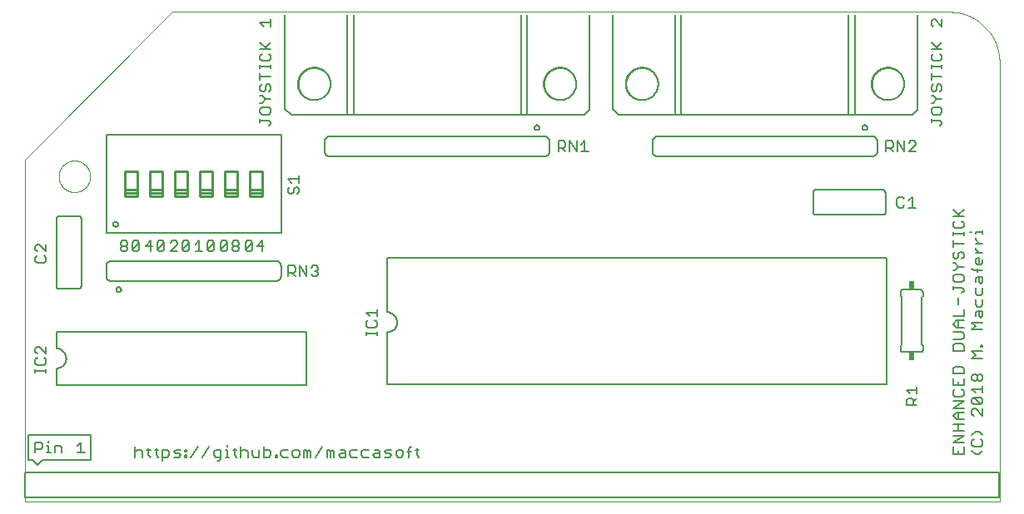
<source format=gto>
G75*
%MOIN*%
%OFA0B0*%
%FSLAX25Y25*%
%IPPOS*%
%LPD*%
%AMOC8*
5,1,8,0,0,1.08239X$1,22.5*
%
%ADD10C,0.00000*%
%ADD11C,0.00800*%
%ADD12C,0.00500*%
%ADD13C,0.00600*%
%ADD14R,0.02400X0.03400*%
%ADD15C,0.01000*%
D10*
X0001500Y0001000D02*
X0001500Y0138201D01*
X0060598Y0197299D01*
X0371602Y0197299D01*
X0372087Y0197293D01*
X0372572Y0197276D01*
X0373056Y0197246D01*
X0373540Y0197205D01*
X0374022Y0197153D01*
X0374503Y0197088D01*
X0374982Y0197012D01*
X0375460Y0196925D01*
X0375935Y0196826D01*
X0376407Y0196716D01*
X0376877Y0196594D01*
X0377344Y0196461D01*
X0377807Y0196316D01*
X0378266Y0196161D01*
X0378722Y0195994D01*
X0379174Y0195817D01*
X0379621Y0195628D01*
X0380063Y0195429D01*
X0380501Y0195219D01*
X0380933Y0194999D01*
X0381360Y0194768D01*
X0381781Y0194527D01*
X0382196Y0194276D01*
X0382606Y0194015D01*
X0383008Y0193745D01*
X0383404Y0193464D01*
X0383793Y0193174D01*
X0384175Y0192875D01*
X0384550Y0192567D01*
X0384917Y0192249D01*
X0385276Y0191923D01*
X0385627Y0191589D01*
X0385971Y0191245D01*
X0386305Y0190894D01*
X0386631Y0190535D01*
X0386949Y0190168D01*
X0387257Y0189793D01*
X0387556Y0189411D01*
X0387846Y0189022D01*
X0388127Y0188626D01*
X0388397Y0188224D01*
X0388658Y0187814D01*
X0388909Y0187399D01*
X0389150Y0186978D01*
X0389381Y0186551D01*
X0389601Y0186119D01*
X0389811Y0185681D01*
X0390010Y0185239D01*
X0390199Y0184792D01*
X0390376Y0184340D01*
X0390543Y0183884D01*
X0390698Y0183425D01*
X0390843Y0182962D01*
X0390976Y0182495D01*
X0391098Y0182025D01*
X0391208Y0181553D01*
X0391307Y0181078D01*
X0391394Y0180600D01*
X0391470Y0180121D01*
X0391535Y0179640D01*
X0391587Y0179158D01*
X0391628Y0178674D01*
X0391658Y0178190D01*
X0391675Y0177705D01*
X0391681Y0177220D01*
X0391681Y0001000D01*
X0001500Y0001000D01*
X0015000Y0131402D02*
X0015002Y0131560D01*
X0015008Y0131718D01*
X0015018Y0131876D01*
X0015032Y0132034D01*
X0015050Y0132191D01*
X0015071Y0132348D01*
X0015097Y0132504D01*
X0015127Y0132660D01*
X0015160Y0132815D01*
X0015198Y0132968D01*
X0015239Y0133121D01*
X0015284Y0133273D01*
X0015333Y0133424D01*
X0015386Y0133573D01*
X0015442Y0133721D01*
X0015502Y0133867D01*
X0015566Y0134012D01*
X0015634Y0134155D01*
X0015705Y0134297D01*
X0015779Y0134437D01*
X0015857Y0134574D01*
X0015939Y0134710D01*
X0016023Y0134844D01*
X0016112Y0134975D01*
X0016203Y0135104D01*
X0016298Y0135231D01*
X0016395Y0135356D01*
X0016496Y0135478D01*
X0016600Y0135597D01*
X0016707Y0135714D01*
X0016817Y0135828D01*
X0016930Y0135939D01*
X0017045Y0136048D01*
X0017163Y0136153D01*
X0017284Y0136255D01*
X0017407Y0136355D01*
X0017533Y0136451D01*
X0017661Y0136544D01*
X0017791Y0136634D01*
X0017924Y0136720D01*
X0018059Y0136804D01*
X0018195Y0136883D01*
X0018334Y0136960D01*
X0018475Y0137032D01*
X0018617Y0137102D01*
X0018761Y0137167D01*
X0018907Y0137229D01*
X0019054Y0137287D01*
X0019203Y0137342D01*
X0019353Y0137393D01*
X0019504Y0137440D01*
X0019656Y0137483D01*
X0019809Y0137522D01*
X0019964Y0137558D01*
X0020119Y0137589D01*
X0020275Y0137617D01*
X0020431Y0137641D01*
X0020588Y0137661D01*
X0020746Y0137677D01*
X0020903Y0137689D01*
X0021062Y0137697D01*
X0021220Y0137701D01*
X0021378Y0137701D01*
X0021536Y0137697D01*
X0021695Y0137689D01*
X0021852Y0137677D01*
X0022010Y0137661D01*
X0022167Y0137641D01*
X0022323Y0137617D01*
X0022479Y0137589D01*
X0022634Y0137558D01*
X0022789Y0137522D01*
X0022942Y0137483D01*
X0023094Y0137440D01*
X0023245Y0137393D01*
X0023395Y0137342D01*
X0023544Y0137287D01*
X0023691Y0137229D01*
X0023837Y0137167D01*
X0023981Y0137102D01*
X0024123Y0137032D01*
X0024264Y0136960D01*
X0024403Y0136883D01*
X0024539Y0136804D01*
X0024674Y0136720D01*
X0024807Y0136634D01*
X0024937Y0136544D01*
X0025065Y0136451D01*
X0025191Y0136355D01*
X0025314Y0136255D01*
X0025435Y0136153D01*
X0025553Y0136048D01*
X0025668Y0135939D01*
X0025781Y0135828D01*
X0025891Y0135714D01*
X0025998Y0135597D01*
X0026102Y0135478D01*
X0026203Y0135356D01*
X0026300Y0135231D01*
X0026395Y0135104D01*
X0026486Y0134975D01*
X0026575Y0134844D01*
X0026659Y0134710D01*
X0026741Y0134574D01*
X0026819Y0134437D01*
X0026893Y0134297D01*
X0026964Y0134155D01*
X0027032Y0134012D01*
X0027096Y0133867D01*
X0027156Y0133721D01*
X0027212Y0133573D01*
X0027265Y0133424D01*
X0027314Y0133273D01*
X0027359Y0133121D01*
X0027400Y0132968D01*
X0027438Y0132815D01*
X0027471Y0132660D01*
X0027501Y0132504D01*
X0027527Y0132348D01*
X0027548Y0132191D01*
X0027566Y0132034D01*
X0027580Y0131876D01*
X0027590Y0131718D01*
X0027596Y0131560D01*
X0027598Y0131402D01*
X0027596Y0131244D01*
X0027590Y0131086D01*
X0027580Y0130928D01*
X0027566Y0130770D01*
X0027548Y0130613D01*
X0027527Y0130456D01*
X0027501Y0130300D01*
X0027471Y0130144D01*
X0027438Y0129989D01*
X0027400Y0129836D01*
X0027359Y0129683D01*
X0027314Y0129531D01*
X0027265Y0129380D01*
X0027212Y0129231D01*
X0027156Y0129083D01*
X0027096Y0128937D01*
X0027032Y0128792D01*
X0026964Y0128649D01*
X0026893Y0128507D01*
X0026819Y0128367D01*
X0026741Y0128230D01*
X0026659Y0128094D01*
X0026575Y0127960D01*
X0026486Y0127829D01*
X0026395Y0127700D01*
X0026300Y0127573D01*
X0026203Y0127448D01*
X0026102Y0127326D01*
X0025998Y0127207D01*
X0025891Y0127090D01*
X0025781Y0126976D01*
X0025668Y0126865D01*
X0025553Y0126756D01*
X0025435Y0126651D01*
X0025314Y0126549D01*
X0025191Y0126449D01*
X0025065Y0126353D01*
X0024937Y0126260D01*
X0024807Y0126170D01*
X0024674Y0126084D01*
X0024539Y0126000D01*
X0024403Y0125921D01*
X0024264Y0125844D01*
X0024123Y0125772D01*
X0023981Y0125702D01*
X0023837Y0125637D01*
X0023691Y0125575D01*
X0023544Y0125517D01*
X0023395Y0125462D01*
X0023245Y0125411D01*
X0023094Y0125364D01*
X0022942Y0125321D01*
X0022789Y0125282D01*
X0022634Y0125246D01*
X0022479Y0125215D01*
X0022323Y0125187D01*
X0022167Y0125163D01*
X0022010Y0125143D01*
X0021852Y0125127D01*
X0021695Y0125115D01*
X0021536Y0125107D01*
X0021378Y0125103D01*
X0021220Y0125103D01*
X0021062Y0125107D01*
X0020903Y0125115D01*
X0020746Y0125127D01*
X0020588Y0125143D01*
X0020431Y0125163D01*
X0020275Y0125187D01*
X0020119Y0125215D01*
X0019964Y0125246D01*
X0019809Y0125282D01*
X0019656Y0125321D01*
X0019504Y0125364D01*
X0019353Y0125411D01*
X0019203Y0125462D01*
X0019054Y0125517D01*
X0018907Y0125575D01*
X0018761Y0125637D01*
X0018617Y0125702D01*
X0018475Y0125772D01*
X0018334Y0125844D01*
X0018195Y0125921D01*
X0018059Y0126000D01*
X0017924Y0126084D01*
X0017791Y0126170D01*
X0017661Y0126260D01*
X0017533Y0126353D01*
X0017407Y0126449D01*
X0017284Y0126549D01*
X0017163Y0126651D01*
X0017045Y0126756D01*
X0016930Y0126865D01*
X0016817Y0126976D01*
X0016707Y0127090D01*
X0016600Y0127207D01*
X0016496Y0127326D01*
X0016395Y0127448D01*
X0016298Y0127573D01*
X0016203Y0127700D01*
X0016112Y0127829D01*
X0016023Y0127960D01*
X0015939Y0128094D01*
X0015857Y0128230D01*
X0015779Y0128367D01*
X0015705Y0128507D01*
X0015634Y0128649D01*
X0015566Y0128792D01*
X0015502Y0128937D01*
X0015442Y0129083D01*
X0015386Y0129231D01*
X0015333Y0129380D01*
X0015284Y0129531D01*
X0015239Y0129683D01*
X0015198Y0129836D01*
X0015160Y0129989D01*
X0015127Y0130144D01*
X0015097Y0130300D01*
X0015071Y0130456D01*
X0015050Y0130613D01*
X0015032Y0130770D01*
X0015018Y0130928D01*
X0015008Y0131086D01*
X0015002Y0131244D01*
X0015000Y0131402D01*
X0110988Y0168500D02*
X0110990Y0168658D01*
X0110996Y0168816D01*
X0111006Y0168974D01*
X0111020Y0169132D01*
X0111038Y0169289D01*
X0111059Y0169446D01*
X0111085Y0169602D01*
X0111115Y0169758D01*
X0111148Y0169913D01*
X0111186Y0170066D01*
X0111227Y0170219D01*
X0111272Y0170371D01*
X0111321Y0170522D01*
X0111374Y0170671D01*
X0111430Y0170819D01*
X0111490Y0170965D01*
X0111554Y0171110D01*
X0111622Y0171253D01*
X0111693Y0171395D01*
X0111767Y0171535D01*
X0111845Y0171672D01*
X0111927Y0171808D01*
X0112011Y0171942D01*
X0112100Y0172073D01*
X0112191Y0172202D01*
X0112286Y0172329D01*
X0112383Y0172454D01*
X0112484Y0172576D01*
X0112588Y0172695D01*
X0112695Y0172812D01*
X0112805Y0172926D01*
X0112918Y0173037D01*
X0113033Y0173146D01*
X0113151Y0173251D01*
X0113272Y0173353D01*
X0113395Y0173453D01*
X0113521Y0173549D01*
X0113649Y0173642D01*
X0113779Y0173732D01*
X0113912Y0173818D01*
X0114047Y0173902D01*
X0114183Y0173981D01*
X0114322Y0174058D01*
X0114463Y0174130D01*
X0114605Y0174200D01*
X0114749Y0174265D01*
X0114895Y0174327D01*
X0115042Y0174385D01*
X0115191Y0174440D01*
X0115341Y0174491D01*
X0115492Y0174538D01*
X0115644Y0174581D01*
X0115797Y0174620D01*
X0115952Y0174656D01*
X0116107Y0174687D01*
X0116263Y0174715D01*
X0116419Y0174739D01*
X0116576Y0174759D01*
X0116734Y0174775D01*
X0116891Y0174787D01*
X0117050Y0174795D01*
X0117208Y0174799D01*
X0117366Y0174799D01*
X0117524Y0174795D01*
X0117683Y0174787D01*
X0117840Y0174775D01*
X0117998Y0174759D01*
X0118155Y0174739D01*
X0118311Y0174715D01*
X0118467Y0174687D01*
X0118622Y0174656D01*
X0118777Y0174620D01*
X0118930Y0174581D01*
X0119082Y0174538D01*
X0119233Y0174491D01*
X0119383Y0174440D01*
X0119532Y0174385D01*
X0119679Y0174327D01*
X0119825Y0174265D01*
X0119969Y0174200D01*
X0120111Y0174130D01*
X0120252Y0174058D01*
X0120391Y0173981D01*
X0120527Y0173902D01*
X0120662Y0173818D01*
X0120795Y0173732D01*
X0120925Y0173642D01*
X0121053Y0173549D01*
X0121179Y0173453D01*
X0121302Y0173353D01*
X0121423Y0173251D01*
X0121541Y0173146D01*
X0121656Y0173037D01*
X0121769Y0172926D01*
X0121879Y0172812D01*
X0121986Y0172695D01*
X0122090Y0172576D01*
X0122191Y0172454D01*
X0122288Y0172329D01*
X0122383Y0172202D01*
X0122474Y0172073D01*
X0122563Y0171942D01*
X0122647Y0171808D01*
X0122729Y0171672D01*
X0122807Y0171535D01*
X0122881Y0171395D01*
X0122952Y0171253D01*
X0123020Y0171110D01*
X0123084Y0170965D01*
X0123144Y0170819D01*
X0123200Y0170671D01*
X0123253Y0170522D01*
X0123302Y0170371D01*
X0123347Y0170219D01*
X0123388Y0170066D01*
X0123426Y0169913D01*
X0123459Y0169758D01*
X0123489Y0169602D01*
X0123515Y0169446D01*
X0123536Y0169289D01*
X0123554Y0169132D01*
X0123568Y0168974D01*
X0123578Y0168816D01*
X0123584Y0168658D01*
X0123586Y0168500D01*
X0123584Y0168342D01*
X0123578Y0168184D01*
X0123568Y0168026D01*
X0123554Y0167868D01*
X0123536Y0167711D01*
X0123515Y0167554D01*
X0123489Y0167398D01*
X0123459Y0167242D01*
X0123426Y0167087D01*
X0123388Y0166934D01*
X0123347Y0166781D01*
X0123302Y0166629D01*
X0123253Y0166478D01*
X0123200Y0166329D01*
X0123144Y0166181D01*
X0123084Y0166035D01*
X0123020Y0165890D01*
X0122952Y0165747D01*
X0122881Y0165605D01*
X0122807Y0165465D01*
X0122729Y0165328D01*
X0122647Y0165192D01*
X0122563Y0165058D01*
X0122474Y0164927D01*
X0122383Y0164798D01*
X0122288Y0164671D01*
X0122191Y0164546D01*
X0122090Y0164424D01*
X0121986Y0164305D01*
X0121879Y0164188D01*
X0121769Y0164074D01*
X0121656Y0163963D01*
X0121541Y0163854D01*
X0121423Y0163749D01*
X0121302Y0163647D01*
X0121179Y0163547D01*
X0121053Y0163451D01*
X0120925Y0163358D01*
X0120795Y0163268D01*
X0120662Y0163182D01*
X0120527Y0163098D01*
X0120391Y0163019D01*
X0120252Y0162942D01*
X0120111Y0162870D01*
X0119969Y0162800D01*
X0119825Y0162735D01*
X0119679Y0162673D01*
X0119532Y0162615D01*
X0119383Y0162560D01*
X0119233Y0162509D01*
X0119082Y0162462D01*
X0118930Y0162419D01*
X0118777Y0162380D01*
X0118622Y0162344D01*
X0118467Y0162313D01*
X0118311Y0162285D01*
X0118155Y0162261D01*
X0117998Y0162241D01*
X0117840Y0162225D01*
X0117683Y0162213D01*
X0117524Y0162205D01*
X0117366Y0162201D01*
X0117208Y0162201D01*
X0117050Y0162205D01*
X0116891Y0162213D01*
X0116734Y0162225D01*
X0116576Y0162241D01*
X0116419Y0162261D01*
X0116263Y0162285D01*
X0116107Y0162313D01*
X0115952Y0162344D01*
X0115797Y0162380D01*
X0115644Y0162419D01*
X0115492Y0162462D01*
X0115341Y0162509D01*
X0115191Y0162560D01*
X0115042Y0162615D01*
X0114895Y0162673D01*
X0114749Y0162735D01*
X0114605Y0162800D01*
X0114463Y0162870D01*
X0114322Y0162942D01*
X0114183Y0163019D01*
X0114047Y0163098D01*
X0113912Y0163182D01*
X0113779Y0163268D01*
X0113649Y0163358D01*
X0113521Y0163451D01*
X0113395Y0163547D01*
X0113272Y0163647D01*
X0113151Y0163749D01*
X0113033Y0163854D01*
X0112918Y0163963D01*
X0112805Y0164074D01*
X0112695Y0164188D01*
X0112588Y0164305D01*
X0112484Y0164424D01*
X0112383Y0164546D01*
X0112286Y0164671D01*
X0112191Y0164798D01*
X0112100Y0164927D01*
X0112011Y0165058D01*
X0111927Y0165192D01*
X0111845Y0165328D01*
X0111767Y0165465D01*
X0111693Y0165605D01*
X0111622Y0165747D01*
X0111554Y0165890D01*
X0111490Y0166035D01*
X0111430Y0166181D01*
X0111374Y0166329D01*
X0111321Y0166478D01*
X0111272Y0166629D01*
X0111227Y0166781D01*
X0111186Y0166934D01*
X0111148Y0167087D01*
X0111115Y0167242D01*
X0111085Y0167398D01*
X0111059Y0167554D01*
X0111038Y0167711D01*
X0111020Y0167868D01*
X0111006Y0168026D01*
X0110996Y0168184D01*
X0110990Y0168342D01*
X0110988Y0168500D01*
X0209414Y0168500D02*
X0209416Y0168658D01*
X0209422Y0168816D01*
X0209432Y0168974D01*
X0209446Y0169132D01*
X0209464Y0169289D01*
X0209485Y0169446D01*
X0209511Y0169602D01*
X0209541Y0169758D01*
X0209574Y0169913D01*
X0209612Y0170066D01*
X0209653Y0170219D01*
X0209698Y0170371D01*
X0209747Y0170522D01*
X0209800Y0170671D01*
X0209856Y0170819D01*
X0209916Y0170965D01*
X0209980Y0171110D01*
X0210048Y0171253D01*
X0210119Y0171395D01*
X0210193Y0171535D01*
X0210271Y0171672D01*
X0210353Y0171808D01*
X0210437Y0171942D01*
X0210526Y0172073D01*
X0210617Y0172202D01*
X0210712Y0172329D01*
X0210809Y0172454D01*
X0210910Y0172576D01*
X0211014Y0172695D01*
X0211121Y0172812D01*
X0211231Y0172926D01*
X0211344Y0173037D01*
X0211459Y0173146D01*
X0211577Y0173251D01*
X0211698Y0173353D01*
X0211821Y0173453D01*
X0211947Y0173549D01*
X0212075Y0173642D01*
X0212205Y0173732D01*
X0212338Y0173818D01*
X0212473Y0173902D01*
X0212609Y0173981D01*
X0212748Y0174058D01*
X0212889Y0174130D01*
X0213031Y0174200D01*
X0213175Y0174265D01*
X0213321Y0174327D01*
X0213468Y0174385D01*
X0213617Y0174440D01*
X0213767Y0174491D01*
X0213918Y0174538D01*
X0214070Y0174581D01*
X0214223Y0174620D01*
X0214378Y0174656D01*
X0214533Y0174687D01*
X0214689Y0174715D01*
X0214845Y0174739D01*
X0215002Y0174759D01*
X0215160Y0174775D01*
X0215317Y0174787D01*
X0215476Y0174795D01*
X0215634Y0174799D01*
X0215792Y0174799D01*
X0215950Y0174795D01*
X0216109Y0174787D01*
X0216266Y0174775D01*
X0216424Y0174759D01*
X0216581Y0174739D01*
X0216737Y0174715D01*
X0216893Y0174687D01*
X0217048Y0174656D01*
X0217203Y0174620D01*
X0217356Y0174581D01*
X0217508Y0174538D01*
X0217659Y0174491D01*
X0217809Y0174440D01*
X0217958Y0174385D01*
X0218105Y0174327D01*
X0218251Y0174265D01*
X0218395Y0174200D01*
X0218537Y0174130D01*
X0218678Y0174058D01*
X0218817Y0173981D01*
X0218953Y0173902D01*
X0219088Y0173818D01*
X0219221Y0173732D01*
X0219351Y0173642D01*
X0219479Y0173549D01*
X0219605Y0173453D01*
X0219728Y0173353D01*
X0219849Y0173251D01*
X0219967Y0173146D01*
X0220082Y0173037D01*
X0220195Y0172926D01*
X0220305Y0172812D01*
X0220412Y0172695D01*
X0220516Y0172576D01*
X0220617Y0172454D01*
X0220714Y0172329D01*
X0220809Y0172202D01*
X0220900Y0172073D01*
X0220989Y0171942D01*
X0221073Y0171808D01*
X0221155Y0171672D01*
X0221233Y0171535D01*
X0221307Y0171395D01*
X0221378Y0171253D01*
X0221446Y0171110D01*
X0221510Y0170965D01*
X0221570Y0170819D01*
X0221626Y0170671D01*
X0221679Y0170522D01*
X0221728Y0170371D01*
X0221773Y0170219D01*
X0221814Y0170066D01*
X0221852Y0169913D01*
X0221885Y0169758D01*
X0221915Y0169602D01*
X0221941Y0169446D01*
X0221962Y0169289D01*
X0221980Y0169132D01*
X0221994Y0168974D01*
X0222004Y0168816D01*
X0222010Y0168658D01*
X0222012Y0168500D01*
X0222010Y0168342D01*
X0222004Y0168184D01*
X0221994Y0168026D01*
X0221980Y0167868D01*
X0221962Y0167711D01*
X0221941Y0167554D01*
X0221915Y0167398D01*
X0221885Y0167242D01*
X0221852Y0167087D01*
X0221814Y0166934D01*
X0221773Y0166781D01*
X0221728Y0166629D01*
X0221679Y0166478D01*
X0221626Y0166329D01*
X0221570Y0166181D01*
X0221510Y0166035D01*
X0221446Y0165890D01*
X0221378Y0165747D01*
X0221307Y0165605D01*
X0221233Y0165465D01*
X0221155Y0165328D01*
X0221073Y0165192D01*
X0220989Y0165058D01*
X0220900Y0164927D01*
X0220809Y0164798D01*
X0220714Y0164671D01*
X0220617Y0164546D01*
X0220516Y0164424D01*
X0220412Y0164305D01*
X0220305Y0164188D01*
X0220195Y0164074D01*
X0220082Y0163963D01*
X0219967Y0163854D01*
X0219849Y0163749D01*
X0219728Y0163647D01*
X0219605Y0163547D01*
X0219479Y0163451D01*
X0219351Y0163358D01*
X0219221Y0163268D01*
X0219088Y0163182D01*
X0218953Y0163098D01*
X0218817Y0163019D01*
X0218678Y0162942D01*
X0218537Y0162870D01*
X0218395Y0162800D01*
X0218251Y0162735D01*
X0218105Y0162673D01*
X0217958Y0162615D01*
X0217809Y0162560D01*
X0217659Y0162509D01*
X0217508Y0162462D01*
X0217356Y0162419D01*
X0217203Y0162380D01*
X0217048Y0162344D01*
X0216893Y0162313D01*
X0216737Y0162285D01*
X0216581Y0162261D01*
X0216424Y0162241D01*
X0216266Y0162225D01*
X0216109Y0162213D01*
X0215950Y0162205D01*
X0215792Y0162201D01*
X0215634Y0162201D01*
X0215476Y0162205D01*
X0215317Y0162213D01*
X0215160Y0162225D01*
X0215002Y0162241D01*
X0214845Y0162261D01*
X0214689Y0162285D01*
X0214533Y0162313D01*
X0214378Y0162344D01*
X0214223Y0162380D01*
X0214070Y0162419D01*
X0213918Y0162462D01*
X0213767Y0162509D01*
X0213617Y0162560D01*
X0213468Y0162615D01*
X0213321Y0162673D01*
X0213175Y0162735D01*
X0213031Y0162800D01*
X0212889Y0162870D01*
X0212748Y0162942D01*
X0212609Y0163019D01*
X0212473Y0163098D01*
X0212338Y0163182D01*
X0212205Y0163268D01*
X0212075Y0163358D01*
X0211947Y0163451D01*
X0211821Y0163547D01*
X0211698Y0163647D01*
X0211577Y0163749D01*
X0211459Y0163854D01*
X0211344Y0163963D01*
X0211231Y0164074D01*
X0211121Y0164188D01*
X0211014Y0164305D01*
X0210910Y0164424D01*
X0210809Y0164546D01*
X0210712Y0164671D01*
X0210617Y0164798D01*
X0210526Y0164927D01*
X0210437Y0165058D01*
X0210353Y0165192D01*
X0210271Y0165328D01*
X0210193Y0165465D01*
X0210119Y0165605D01*
X0210048Y0165747D01*
X0209980Y0165890D01*
X0209916Y0166035D01*
X0209856Y0166181D01*
X0209800Y0166329D01*
X0209747Y0166478D01*
X0209698Y0166629D01*
X0209653Y0166781D01*
X0209612Y0166934D01*
X0209574Y0167087D01*
X0209541Y0167242D01*
X0209511Y0167398D01*
X0209485Y0167554D01*
X0209464Y0167711D01*
X0209446Y0167868D01*
X0209432Y0168026D01*
X0209422Y0168184D01*
X0209416Y0168342D01*
X0209414Y0168500D01*
X0242238Y0168500D02*
X0242240Y0168658D01*
X0242246Y0168816D01*
X0242256Y0168974D01*
X0242270Y0169132D01*
X0242288Y0169289D01*
X0242309Y0169446D01*
X0242335Y0169602D01*
X0242365Y0169758D01*
X0242398Y0169913D01*
X0242436Y0170066D01*
X0242477Y0170219D01*
X0242522Y0170371D01*
X0242571Y0170522D01*
X0242624Y0170671D01*
X0242680Y0170819D01*
X0242740Y0170965D01*
X0242804Y0171110D01*
X0242872Y0171253D01*
X0242943Y0171395D01*
X0243017Y0171535D01*
X0243095Y0171672D01*
X0243177Y0171808D01*
X0243261Y0171942D01*
X0243350Y0172073D01*
X0243441Y0172202D01*
X0243536Y0172329D01*
X0243633Y0172454D01*
X0243734Y0172576D01*
X0243838Y0172695D01*
X0243945Y0172812D01*
X0244055Y0172926D01*
X0244168Y0173037D01*
X0244283Y0173146D01*
X0244401Y0173251D01*
X0244522Y0173353D01*
X0244645Y0173453D01*
X0244771Y0173549D01*
X0244899Y0173642D01*
X0245029Y0173732D01*
X0245162Y0173818D01*
X0245297Y0173902D01*
X0245433Y0173981D01*
X0245572Y0174058D01*
X0245713Y0174130D01*
X0245855Y0174200D01*
X0245999Y0174265D01*
X0246145Y0174327D01*
X0246292Y0174385D01*
X0246441Y0174440D01*
X0246591Y0174491D01*
X0246742Y0174538D01*
X0246894Y0174581D01*
X0247047Y0174620D01*
X0247202Y0174656D01*
X0247357Y0174687D01*
X0247513Y0174715D01*
X0247669Y0174739D01*
X0247826Y0174759D01*
X0247984Y0174775D01*
X0248141Y0174787D01*
X0248300Y0174795D01*
X0248458Y0174799D01*
X0248616Y0174799D01*
X0248774Y0174795D01*
X0248933Y0174787D01*
X0249090Y0174775D01*
X0249248Y0174759D01*
X0249405Y0174739D01*
X0249561Y0174715D01*
X0249717Y0174687D01*
X0249872Y0174656D01*
X0250027Y0174620D01*
X0250180Y0174581D01*
X0250332Y0174538D01*
X0250483Y0174491D01*
X0250633Y0174440D01*
X0250782Y0174385D01*
X0250929Y0174327D01*
X0251075Y0174265D01*
X0251219Y0174200D01*
X0251361Y0174130D01*
X0251502Y0174058D01*
X0251641Y0173981D01*
X0251777Y0173902D01*
X0251912Y0173818D01*
X0252045Y0173732D01*
X0252175Y0173642D01*
X0252303Y0173549D01*
X0252429Y0173453D01*
X0252552Y0173353D01*
X0252673Y0173251D01*
X0252791Y0173146D01*
X0252906Y0173037D01*
X0253019Y0172926D01*
X0253129Y0172812D01*
X0253236Y0172695D01*
X0253340Y0172576D01*
X0253441Y0172454D01*
X0253538Y0172329D01*
X0253633Y0172202D01*
X0253724Y0172073D01*
X0253813Y0171942D01*
X0253897Y0171808D01*
X0253979Y0171672D01*
X0254057Y0171535D01*
X0254131Y0171395D01*
X0254202Y0171253D01*
X0254270Y0171110D01*
X0254334Y0170965D01*
X0254394Y0170819D01*
X0254450Y0170671D01*
X0254503Y0170522D01*
X0254552Y0170371D01*
X0254597Y0170219D01*
X0254638Y0170066D01*
X0254676Y0169913D01*
X0254709Y0169758D01*
X0254739Y0169602D01*
X0254765Y0169446D01*
X0254786Y0169289D01*
X0254804Y0169132D01*
X0254818Y0168974D01*
X0254828Y0168816D01*
X0254834Y0168658D01*
X0254836Y0168500D01*
X0254834Y0168342D01*
X0254828Y0168184D01*
X0254818Y0168026D01*
X0254804Y0167868D01*
X0254786Y0167711D01*
X0254765Y0167554D01*
X0254739Y0167398D01*
X0254709Y0167242D01*
X0254676Y0167087D01*
X0254638Y0166934D01*
X0254597Y0166781D01*
X0254552Y0166629D01*
X0254503Y0166478D01*
X0254450Y0166329D01*
X0254394Y0166181D01*
X0254334Y0166035D01*
X0254270Y0165890D01*
X0254202Y0165747D01*
X0254131Y0165605D01*
X0254057Y0165465D01*
X0253979Y0165328D01*
X0253897Y0165192D01*
X0253813Y0165058D01*
X0253724Y0164927D01*
X0253633Y0164798D01*
X0253538Y0164671D01*
X0253441Y0164546D01*
X0253340Y0164424D01*
X0253236Y0164305D01*
X0253129Y0164188D01*
X0253019Y0164074D01*
X0252906Y0163963D01*
X0252791Y0163854D01*
X0252673Y0163749D01*
X0252552Y0163647D01*
X0252429Y0163547D01*
X0252303Y0163451D01*
X0252175Y0163358D01*
X0252045Y0163268D01*
X0251912Y0163182D01*
X0251777Y0163098D01*
X0251641Y0163019D01*
X0251502Y0162942D01*
X0251361Y0162870D01*
X0251219Y0162800D01*
X0251075Y0162735D01*
X0250929Y0162673D01*
X0250782Y0162615D01*
X0250633Y0162560D01*
X0250483Y0162509D01*
X0250332Y0162462D01*
X0250180Y0162419D01*
X0250027Y0162380D01*
X0249872Y0162344D01*
X0249717Y0162313D01*
X0249561Y0162285D01*
X0249405Y0162261D01*
X0249248Y0162241D01*
X0249090Y0162225D01*
X0248933Y0162213D01*
X0248774Y0162205D01*
X0248616Y0162201D01*
X0248458Y0162201D01*
X0248300Y0162205D01*
X0248141Y0162213D01*
X0247984Y0162225D01*
X0247826Y0162241D01*
X0247669Y0162261D01*
X0247513Y0162285D01*
X0247357Y0162313D01*
X0247202Y0162344D01*
X0247047Y0162380D01*
X0246894Y0162419D01*
X0246742Y0162462D01*
X0246591Y0162509D01*
X0246441Y0162560D01*
X0246292Y0162615D01*
X0246145Y0162673D01*
X0245999Y0162735D01*
X0245855Y0162800D01*
X0245713Y0162870D01*
X0245572Y0162942D01*
X0245433Y0163019D01*
X0245297Y0163098D01*
X0245162Y0163182D01*
X0245029Y0163268D01*
X0244899Y0163358D01*
X0244771Y0163451D01*
X0244645Y0163547D01*
X0244522Y0163647D01*
X0244401Y0163749D01*
X0244283Y0163854D01*
X0244168Y0163963D01*
X0244055Y0164074D01*
X0243945Y0164188D01*
X0243838Y0164305D01*
X0243734Y0164424D01*
X0243633Y0164546D01*
X0243536Y0164671D01*
X0243441Y0164798D01*
X0243350Y0164927D01*
X0243261Y0165058D01*
X0243177Y0165192D01*
X0243095Y0165328D01*
X0243017Y0165465D01*
X0242943Y0165605D01*
X0242872Y0165747D01*
X0242804Y0165890D01*
X0242740Y0166035D01*
X0242680Y0166181D01*
X0242624Y0166329D01*
X0242571Y0166478D01*
X0242522Y0166629D01*
X0242477Y0166781D01*
X0242436Y0166934D01*
X0242398Y0167087D01*
X0242365Y0167242D01*
X0242335Y0167398D01*
X0242309Y0167554D01*
X0242288Y0167711D01*
X0242270Y0167868D01*
X0242256Y0168026D01*
X0242246Y0168184D01*
X0242240Y0168342D01*
X0242238Y0168500D01*
X0340664Y0168500D02*
X0340666Y0168658D01*
X0340672Y0168816D01*
X0340682Y0168974D01*
X0340696Y0169132D01*
X0340714Y0169289D01*
X0340735Y0169446D01*
X0340761Y0169602D01*
X0340791Y0169758D01*
X0340824Y0169913D01*
X0340862Y0170066D01*
X0340903Y0170219D01*
X0340948Y0170371D01*
X0340997Y0170522D01*
X0341050Y0170671D01*
X0341106Y0170819D01*
X0341166Y0170965D01*
X0341230Y0171110D01*
X0341298Y0171253D01*
X0341369Y0171395D01*
X0341443Y0171535D01*
X0341521Y0171672D01*
X0341603Y0171808D01*
X0341687Y0171942D01*
X0341776Y0172073D01*
X0341867Y0172202D01*
X0341962Y0172329D01*
X0342059Y0172454D01*
X0342160Y0172576D01*
X0342264Y0172695D01*
X0342371Y0172812D01*
X0342481Y0172926D01*
X0342594Y0173037D01*
X0342709Y0173146D01*
X0342827Y0173251D01*
X0342948Y0173353D01*
X0343071Y0173453D01*
X0343197Y0173549D01*
X0343325Y0173642D01*
X0343455Y0173732D01*
X0343588Y0173818D01*
X0343723Y0173902D01*
X0343859Y0173981D01*
X0343998Y0174058D01*
X0344139Y0174130D01*
X0344281Y0174200D01*
X0344425Y0174265D01*
X0344571Y0174327D01*
X0344718Y0174385D01*
X0344867Y0174440D01*
X0345017Y0174491D01*
X0345168Y0174538D01*
X0345320Y0174581D01*
X0345473Y0174620D01*
X0345628Y0174656D01*
X0345783Y0174687D01*
X0345939Y0174715D01*
X0346095Y0174739D01*
X0346252Y0174759D01*
X0346410Y0174775D01*
X0346567Y0174787D01*
X0346726Y0174795D01*
X0346884Y0174799D01*
X0347042Y0174799D01*
X0347200Y0174795D01*
X0347359Y0174787D01*
X0347516Y0174775D01*
X0347674Y0174759D01*
X0347831Y0174739D01*
X0347987Y0174715D01*
X0348143Y0174687D01*
X0348298Y0174656D01*
X0348453Y0174620D01*
X0348606Y0174581D01*
X0348758Y0174538D01*
X0348909Y0174491D01*
X0349059Y0174440D01*
X0349208Y0174385D01*
X0349355Y0174327D01*
X0349501Y0174265D01*
X0349645Y0174200D01*
X0349787Y0174130D01*
X0349928Y0174058D01*
X0350067Y0173981D01*
X0350203Y0173902D01*
X0350338Y0173818D01*
X0350471Y0173732D01*
X0350601Y0173642D01*
X0350729Y0173549D01*
X0350855Y0173453D01*
X0350978Y0173353D01*
X0351099Y0173251D01*
X0351217Y0173146D01*
X0351332Y0173037D01*
X0351445Y0172926D01*
X0351555Y0172812D01*
X0351662Y0172695D01*
X0351766Y0172576D01*
X0351867Y0172454D01*
X0351964Y0172329D01*
X0352059Y0172202D01*
X0352150Y0172073D01*
X0352239Y0171942D01*
X0352323Y0171808D01*
X0352405Y0171672D01*
X0352483Y0171535D01*
X0352557Y0171395D01*
X0352628Y0171253D01*
X0352696Y0171110D01*
X0352760Y0170965D01*
X0352820Y0170819D01*
X0352876Y0170671D01*
X0352929Y0170522D01*
X0352978Y0170371D01*
X0353023Y0170219D01*
X0353064Y0170066D01*
X0353102Y0169913D01*
X0353135Y0169758D01*
X0353165Y0169602D01*
X0353191Y0169446D01*
X0353212Y0169289D01*
X0353230Y0169132D01*
X0353244Y0168974D01*
X0353254Y0168816D01*
X0353260Y0168658D01*
X0353262Y0168500D01*
X0353260Y0168342D01*
X0353254Y0168184D01*
X0353244Y0168026D01*
X0353230Y0167868D01*
X0353212Y0167711D01*
X0353191Y0167554D01*
X0353165Y0167398D01*
X0353135Y0167242D01*
X0353102Y0167087D01*
X0353064Y0166934D01*
X0353023Y0166781D01*
X0352978Y0166629D01*
X0352929Y0166478D01*
X0352876Y0166329D01*
X0352820Y0166181D01*
X0352760Y0166035D01*
X0352696Y0165890D01*
X0352628Y0165747D01*
X0352557Y0165605D01*
X0352483Y0165465D01*
X0352405Y0165328D01*
X0352323Y0165192D01*
X0352239Y0165058D01*
X0352150Y0164927D01*
X0352059Y0164798D01*
X0351964Y0164671D01*
X0351867Y0164546D01*
X0351766Y0164424D01*
X0351662Y0164305D01*
X0351555Y0164188D01*
X0351445Y0164074D01*
X0351332Y0163963D01*
X0351217Y0163854D01*
X0351099Y0163749D01*
X0350978Y0163647D01*
X0350855Y0163547D01*
X0350729Y0163451D01*
X0350601Y0163358D01*
X0350471Y0163268D01*
X0350338Y0163182D01*
X0350203Y0163098D01*
X0350067Y0163019D01*
X0349928Y0162942D01*
X0349787Y0162870D01*
X0349645Y0162800D01*
X0349501Y0162735D01*
X0349355Y0162673D01*
X0349208Y0162615D01*
X0349059Y0162560D01*
X0348909Y0162509D01*
X0348758Y0162462D01*
X0348606Y0162419D01*
X0348453Y0162380D01*
X0348298Y0162344D01*
X0348143Y0162313D01*
X0347987Y0162285D01*
X0347831Y0162261D01*
X0347674Y0162241D01*
X0347516Y0162225D01*
X0347359Y0162213D01*
X0347200Y0162205D01*
X0347042Y0162201D01*
X0346884Y0162201D01*
X0346726Y0162205D01*
X0346567Y0162213D01*
X0346410Y0162225D01*
X0346252Y0162241D01*
X0346095Y0162261D01*
X0345939Y0162285D01*
X0345783Y0162313D01*
X0345628Y0162344D01*
X0345473Y0162380D01*
X0345320Y0162419D01*
X0345168Y0162462D01*
X0345017Y0162509D01*
X0344867Y0162560D01*
X0344718Y0162615D01*
X0344571Y0162673D01*
X0344425Y0162735D01*
X0344281Y0162800D01*
X0344139Y0162870D01*
X0343998Y0162942D01*
X0343859Y0163019D01*
X0343723Y0163098D01*
X0343588Y0163182D01*
X0343455Y0163268D01*
X0343325Y0163358D01*
X0343197Y0163451D01*
X0343071Y0163547D01*
X0342948Y0163647D01*
X0342827Y0163749D01*
X0342709Y0163854D01*
X0342594Y0163963D01*
X0342481Y0164074D01*
X0342371Y0164188D01*
X0342264Y0164305D01*
X0342160Y0164424D01*
X0342059Y0164546D01*
X0341962Y0164671D01*
X0341867Y0164798D01*
X0341776Y0164927D01*
X0341687Y0165058D01*
X0341603Y0165192D01*
X0341521Y0165328D01*
X0341443Y0165465D01*
X0341369Y0165605D01*
X0341298Y0165747D01*
X0341230Y0165890D01*
X0341166Y0166035D01*
X0341106Y0166181D01*
X0341050Y0166329D01*
X0340997Y0166478D01*
X0340948Y0166629D01*
X0340903Y0166781D01*
X0340862Y0166934D01*
X0340824Y0167087D01*
X0340791Y0167242D01*
X0340761Y0167398D01*
X0340735Y0167554D01*
X0340714Y0167711D01*
X0340696Y0167868D01*
X0340682Y0168026D01*
X0340672Y0168184D01*
X0340666Y0168342D01*
X0340664Y0168500D01*
D11*
X0364396Y0167561D02*
X0364396Y0166160D01*
X0365097Y0165459D01*
X0365798Y0165459D01*
X0366498Y0166160D01*
X0366498Y0167561D01*
X0367199Y0168262D01*
X0367899Y0168262D01*
X0368600Y0167561D01*
X0368600Y0166160D01*
X0367899Y0165459D01*
X0365097Y0163658D02*
X0364396Y0163658D01*
X0365097Y0163658D02*
X0366498Y0162257D01*
X0368600Y0162257D01*
X0366498Y0162257D02*
X0365097Y0160855D01*
X0364396Y0160855D01*
X0365097Y0159054D02*
X0364396Y0158353D01*
X0364396Y0156952D01*
X0365097Y0156252D01*
X0367899Y0156252D01*
X0368600Y0156952D01*
X0368600Y0158353D01*
X0367899Y0159054D01*
X0365097Y0159054D01*
X0364396Y0154450D02*
X0364396Y0153049D01*
X0364396Y0153749D02*
X0367899Y0153749D01*
X0368600Y0153049D01*
X0368600Y0152348D01*
X0367899Y0151648D01*
X0358254Y0144903D02*
X0357554Y0145604D01*
X0356153Y0145604D01*
X0355452Y0144903D01*
X0353650Y0145604D02*
X0353650Y0141400D01*
X0350848Y0145604D01*
X0350848Y0141400D01*
X0349046Y0141400D02*
X0347645Y0142801D01*
X0348346Y0142801D02*
X0346244Y0142801D01*
X0346244Y0141400D02*
X0346244Y0145604D01*
X0348346Y0145604D01*
X0349046Y0144903D01*
X0349046Y0143502D01*
X0348346Y0142801D01*
X0355452Y0141400D02*
X0358254Y0144202D01*
X0358254Y0144903D01*
X0358254Y0141400D02*
X0355452Y0141400D01*
X0356655Y0123104D02*
X0356655Y0118900D01*
X0355254Y0118900D02*
X0358056Y0118900D01*
X0355254Y0121702D02*
X0356655Y0123104D01*
X0353452Y0122403D02*
X0352752Y0123104D01*
X0351351Y0123104D01*
X0350650Y0122403D01*
X0350650Y0119601D01*
X0351351Y0118900D01*
X0352752Y0118900D01*
X0353452Y0119601D01*
X0373146Y0118100D02*
X0375949Y0115298D01*
X0375248Y0115998D02*
X0377350Y0118100D01*
X0377350Y0115298D02*
X0373146Y0115298D01*
X0373847Y0113496D02*
X0373146Y0112796D01*
X0373146Y0111394D01*
X0373847Y0110694D01*
X0376649Y0110694D01*
X0377350Y0111394D01*
X0377350Y0112796D01*
X0376649Y0113496D01*
X0384850Y0109793D02*
X0384850Y0108392D01*
X0384850Y0109092D02*
X0382048Y0109092D01*
X0382048Y0108392D01*
X0380646Y0109092D02*
X0379946Y0109092D01*
X0377350Y0109026D02*
X0377350Y0107625D01*
X0377350Y0108325D02*
X0373146Y0108325D01*
X0373146Y0107625D02*
X0373146Y0109026D01*
X0373146Y0105823D02*
X0373146Y0103021D01*
X0373146Y0104422D02*
X0377350Y0104422D01*
X0382048Y0104555D02*
X0384850Y0104555D01*
X0383449Y0104555D02*
X0382048Y0105956D01*
X0382048Y0106657D01*
X0382048Y0102820D02*
X0382048Y0102120D01*
X0383449Y0100719D01*
X0384850Y0100719D02*
X0382048Y0100719D01*
X0382748Y0098917D02*
X0383449Y0098917D01*
X0383449Y0096115D01*
X0384149Y0096115D02*
X0382748Y0096115D01*
X0382048Y0096815D01*
X0382048Y0098217D01*
X0382748Y0098917D01*
X0384850Y0098217D02*
X0384850Y0096815D01*
X0384149Y0096115D01*
X0382748Y0094447D02*
X0382748Y0093045D01*
X0381347Y0093746D02*
X0380646Y0094447D01*
X0381347Y0093746D02*
X0384850Y0093746D01*
X0377350Y0095214D02*
X0375248Y0095214D01*
X0373847Y0096615D01*
X0373146Y0096615D01*
X0373847Y0098417D02*
X0373146Y0099117D01*
X0373146Y0100519D01*
X0373847Y0101219D01*
X0375248Y0100519D02*
X0375949Y0101219D01*
X0376649Y0101219D01*
X0377350Y0100519D01*
X0377350Y0099117D01*
X0376649Y0098417D01*
X0375248Y0099117D02*
X0375248Y0100519D01*
X0375248Y0099117D02*
X0374548Y0098417D01*
X0373847Y0098417D01*
X0375248Y0095214D02*
X0373847Y0093813D01*
X0373146Y0093813D01*
X0373847Y0092011D02*
X0373146Y0091311D01*
X0373146Y0089909D01*
X0373847Y0089209D01*
X0376649Y0089209D01*
X0377350Y0089909D01*
X0377350Y0091311D01*
X0376649Y0092011D01*
X0373847Y0092011D01*
X0382048Y0090543D02*
X0382048Y0089142D01*
X0383449Y0089142D02*
X0383449Y0091244D01*
X0382748Y0091244D02*
X0384850Y0091244D01*
X0384850Y0089142D01*
X0384149Y0088442D01*
X0383449Y0089142D01*
X0382048Y0090543D02*
X0382748Y0091244D01*
X0382048Y0086640D02*
X0382048Y0084538D01*
X0382748Y0083838D01*
X0384149Y0083838D01*
X0384850Y0084538D01*
X0384850Y0086640D01*
X0377350Y0086006D02*
X0377350Y0085306D01*
X0376649Y0084605D01*
X0377350Y0086006D02*
X0376649Y0086707D01*
X0373146Y0086707D01*
X0373146Y0087407D02*
X0373146Y0086006D01*
X0375248Y0082803D02*
X0375248Y0080001D01*
X0377350Y0078199D02*
X0377350Y0075397D01*
X0373146Y0075397D01*
X0374548Y0073596D02*
X0373146Y0072194D01*
X0374548Y0070793D01*
X0377350Y0070793D01*
X0376649Y0068992D02*
X0373146Y0068992D01*
X0375248Y0070793D02*
X0375248Y0073596D01*
X0374548Y0073596D02*
X0377350Y0073596D01*
X0380646Y0072828D02*
X0384850Y0072828D01*
X0384149Y0074630D02*
X0383449Y0075330D01*
X0383449Y0077432D01*
X0382748Y0077432D02*
X0384850Y0077432D01*
X0384850Y0075330D01*
X0384149Y0074630D01*
X0382048Y0075330D02*
X0382048Y0076732D01*
X0382748Y0077432D01*
X0382748Y0079234D02*
X0384149Y0079234D01*
X0384850Y0079934D01*
X0384850Y0082036D01*
X0382048Y0082036D02*
X0382048Y0079934D01*
X0382748Y0079234D01*
X0380646Y0072828D02*
X0382048Y0071427D01*
X0380646Y0070026D01*
X0384850Y0070026D01*
X0377350Y0068291D02*
X0376649Y0068992D01*
X0377350Y0068291D02*
X0377350Y0066890D01*
X0376649Y0066189D01*
X0373146Y0066189D01*
X0373847Y0064388D02*
X0373146Y0063687D01*
X0373146Y0061585D01*
X0377350Y0061585D01*
X0377350Y0063687D01*
X0376649Y0064388D01*
X0373847Y0064388D01*
X0380646Y0061318D02*
X0384850Y0061318D01*
X0384850Y0063120D02*
X0384850Y0063821D01*
X0384149Y0063821D01*
X0384149Y0063120D01*
X0384850Y0063120D01*
X0382048Y0059917D02*
X0380646Y0061318D01*
X0382048Y0059917D02*
X0380646Y0058516D01*
X0384850Y0058516D01*
X0377350Y0054479D02*
X0376649Y0055180D01*
X0373847Y0055180D01*
X0373146Y0054479D01*
X0373146Y0052377D01*
X0377350Y0052377D01*
X0377350Y0054479D01*
X0380646Y0051410D02*
X0381347Y0052111D01*
X0382048Y0052111D01*
X0382748Y0051410D01*
X0382748Y0050009D01*
X0382048Y0049308D01*
X0381347Y0049308D01*
X0380646Y0050009D01*
X0380646Y0051410D01*
X0382748Y0051410D02*
X0383449Y0052111D01*
X0384149Y0052111D01*
X0384850Y0051410D01*
X0384850Y0050009D01*
X0384149Y0049308D01*
X0383449Y0049308D01*
X0382748Y0050009D01*
X0377350Y0050576D02*
X0377350Y0047774D01*
X0373146Y0047774D01*
X0373146Y0050576D01*
X0375248Y0049175D02*
X0375248Y0047774D01*
X0373847Y0045972D02*
X0373146Y0045271D01*
X0373146Y0043870D01*
X0373847Y0043170D01*
X0376649Y0043170D01*
X0377350Y0043870D01*
X0377350Y0045271D01*
X0376649Y0045972D01*
X0380646Y0046105D02*
X0384850Y0046105D01*
X0384850Y0044704D02*
X0384850Y0047507D01*
X0382048Y0044704D02*
X0380646Y0046105D01*
X0381347Y0042903D02*
X0380646Y0042202D01*
X0380646Y0040801D01*
X0381347Y0040100D01*
X0384149Y0040100D01*
X0381347Y0042903D01*
X0384149Y0042903D01*
X0384850Y0042202D01*
X0384850Y0040801D01*
X0384149Y0040100D01*
X0384850Y0038299D02*
X0384850Y0035496D01*
X0382048Y0038299D01*
X0381347Y0038299D01*
X0380646Y0037598D01*
X0380646Y0036197D01*
X0381347Y0035496D01*
X0377350Y0036764D02*
X0374548Y0036764D01*
X0373146Y0035363D01*
X0374548Y0033962D01*
X0377350Y0033962D01*
X0377350Y0032160D02*
X0373146Y0032160D01*
X0375248Y0032160D02*
X0375248Y0029358D01*
X0377350Y0029358D02*
X0373146Y0029358D01*
X0373146Y0027556D02*
X0377350Y0027556D01*
X0373146Y0024754D01*
X0377350Y0024754D01*
X0377350Y0022952D02*
X0377350Y0020150D01*
X0373146Y0020150D01*
X0373146Y0022952D01*
X0375248Y0021551D02*
X0375248Y0020150D01*
X0380646Y0021551D02*
X0382048Y0020150D01*
X0383449Y0020150D01*
X0384850Y0021551D01*
X0384149Y0023219D02*
X0384850Y0023920D01*
X0384850Y0025321D01*
X0384149Y0026022D01*
X0384850Y0027823D02*
X0383449Y0029224D01*
X0382048Y0029224D01*
X0380646Y0027823D01*
X0381347Y0026022D02*
X0380646Y0025321D01*
X0380646Y0023920D01*
X0381347Y0023219D01*
X0384149Y0023219D01*
X0375248Y0033962D02*
X0375248Y0036764D01*
X0373146Y0038566D02*
X0377350Y0041368D01*
X0373146Y0041368D01*
X0373146Y0038566D02*
X0377350Y0038566D01*
X0358600Y0039692D02*
X0354396Y0039692D01*
X0354396Y0041794D01*
X0355097Y0042495D01*
X0356498Y0042495D01*
X0357199Y0041794D01*
X0357199Y0039692D01*
X0357199Y0041093D02*
X0358600Y0042495D01*
X0358600Y0044296D02*
X0358600Y0047098D01*
X0358600Y0045697D02*
X0354396Y0045697D01*
X0355798Y0044296D01*
X0227004Y0141400D02*
X0224202Y0141400D01*
X0225603Y0141400D02*
X0225603Y0145604D01*
X0224202Y0144202D01*
X0222400Y0145604D02*
X0222400Y0141400D01*
X0219598Y0145604D01*
X0219598Y0141400D01*
X0217796Y0141400D02*
X0216395Y0142801D01*
X0217096Y0142801D02*
X0214994Y0142801D01*
X0214994Y0141400D02*
X0214994Y0145604D01*
X0217096Y0145604D01*
X0217796Y0144903D01*
X0217796Y0143502D01*
X0217096Y0142801D01*
X0118910Y0094903D02*
X0118910Y0094202D01*
X0118210Y0093502D01*
X0118910Y0092801D01*
X0118910Y0092101D01*
X0118210Y0091400D01*
X0116808Y0091400D01*
X0116108Y0092101D01*
X0114306Y0091400D02*
X0114306Y0095604D01*
X0116108Y0094903D02*
X0116808Y0095604D01*
X0118210Y0095604D01*
X0118910Y0094903D01*
X0118210Y0093502D02*
X0117509Y0093502D01*
X0114306Y0091400D02*
X0111504Y0095604D01*
X0111504Y0091400D01*
X0109702Y0091400D02*
X0108301Y0092801D01*
X0109002Y0092801D02*
X0106900Y0092801D01*
X0106900Y0091400D02*
X0106900Y0095604D01*
X0109002Y0095604D01*
X0109702Y0094903D01*
X0109702Y0093502D01*
X0109002Y0092801D01*
X0096502Y0101400D02*
X0096502Y0105604D01*
X0094400Y0103502D01*
X0097202Y0103502D01*
X0092598Y0104903D02*
X0092598Y0102101D01*
X0091898Y0101400D01*
X0090497Y0101400D01*
X0089796Y0102101D01*
X0092598Y0104903D01*
X0091898Y0105604D01*
X0090497Y0105604D01*
X0089796Y0104903D01*
X0089796Y0102101D01*
X0087202Y0102101D02*
X0086502Y0101400D01*
X0085101Y0101400D01*
X0084400Y0102101D01*
X0084400Y0102801D01*
X0085101Y0103502D01*
X0086502Y0103502D01*
X0087202Y0102801D01*
X0087202Y0102101D01*
X0086502Y0103502D02*
X0087202Y0104202D01*
X0087202Y0104903D01*
X0086502Y0105604D01*
X0085101Y0105604D01*
X0084400Y0104903D01*
X0084400Y0104202D01*
X0085101Y0103502D01*
X0082598Y0104903D02*
X0079796Y0102101D01*
X0080497Y0101400D01*
X0081898Y0101400D01*
X0082598Y0102101D01*
X0082598Y0104903D01*
X0081898Y0105604D01*
X0080497Y0105604D01*
X0079796Y0104903D01*
X0079796Y0102101D01*
X0077202Y0102101D02*
X0077202Y0104903D01*
X0074400Y0102101D01*
X0075101Y0101400D01*
X0076502Y0101400D01*
X0077202Y0102101D01*
X0077202Y0104903D02*
X0076502Y0105604D01*
X0075101Y0105604D01*
X0074400Y0104903D01*
X0074400Y0102101D01*
X0072598Y0101400D02*
X0069796Y0101400D01*
X0071197Y0101400D02*
X0071197Y0105604D01*
X0069796Y0104202D01*
X0067202Y0104903D02*
X0064400Y0102101D01*
X0065101Y0101400D01*
X0066502Y0101400D01*
X0067202Y0102101D01*
X0067202Y0104903D01*
X0066502Y0105604D01*
X0065101Y0105604D01*
X0064400Y0104903D01*
X0064400Y0102101D01*
X0062598Y0101400D02*
X0059796Y0101400D01*
X0062598Y0104202D01*
X0062598Y0104903D01*
X0061898Y0105604D01*
X0060497Y0105604D01*
X0059796Y0104903D01*
X0057202Y0104903D02*
X0057202Y0102101D01*
X0056502Y0101400D01*
X0055101Y0101400D01*
X0054400Y0102101D01*
X0057202Y0104903D01*
X0056502Y0105604D01*
X0055101Y0105604D01*
X0054400Y0104903D01*
X0054400Y0102101D01*
X0052598Y0103502D02*
X0049796Y0103502D01*
X0051898Y0105604D01*
X0051898Y0101400D01*
X0047202Y0102101D02*
X0047202Y0104903D01*
X0044400Y0102101D01*
X0045101Y0101400D01*
X0046502Y0101400D01*
X0047202Y0102101D01*
X0047202Y0104903D02*
X0046502Y0105604D01*
X0045101Y0105604D01*
X0044400Y0104903D01*
X0044400Y0102101D01*
X0042598Y0102101D02*
X0041898Y0101400D01*
X0040497Y0101400D01*
X0039796Y0102101D01*
X0039796Y0102801D01*
X0040497Y0103502D01*
X0041898Y0103502D01*
X0042598Y0102801D01*
X0042598Y0102101D01*
X0041898Y0103502D02*
X0042598Y0104202D01*
X0042598Y0104903D01*
X0041898Y0105604D01*
X0040497Y0105604D01*
X0039796Y0104903D01*
X0039796Y0104202D01*
X0040497Y0103502D01*
X0009850Y0104202D02*
X0009850Y0101400D01*
X0007048Y0104202D01*
X0006347Y0104202D01*
X0005646Y0103502D01*
X0005646Y0102101D01*
X0006347Y0101400D01*
X0006347Y0099598D02*
X0005646Y0098898D01*
X0005646Y0097497D01*
X0006347Y0096796D01*
X0009149Y0096796D01*
X0009850Y0097497D01*
X0009850Y0098898D01*
X0009149Y0099598D01*
X0009850Y0063237D02*
X0009850Y0060435D01*
X0007048Y0063237D01*
X0006347Y0063237D01*
X0005646Y0062536D01*
X0005646Y0061135D01*
X0006347Y0060435D01*
X0006347Y0058633D02*
X0005646Y0057933D01*
X0005646Y0056531D01*
X0006347Y0055831D01*
X0009149Y0055831D01*
X0009850Y0056531D01*
X0009850Y0057933D01*
X0009149Y0058633D01*
X0009850Y0054163D02*
X0009850Y0052761D01*
X0009850Y0053462D02*
X0005646Y0053462D01*
X0005646Y0052761D02*
X0005646Y0054163D01*
X0010955Y0025556D02*
X0010955Y0024856D01*
X0010955Y0023454D02*
X0010955Y0020652D01*
X0011655Y0020652D02*
X0010254Y0020652D01*
X0008452Y0022754D02*
X0007752Y0022053D01*
X0005650Y0022053D01*
X0005650Y0020652D02*
X0005650Y0024856D01*
X0007752Y0024856D01*
X0008452Y0024155D01*
X0008452Y0022754D01*
X0010254Y0023454D02*
X0010955Y0023454D01*
X0013323Y0023454D02*
X0013323Y0020652D01*
X0013323Y0023454D02*
X0015425Y0023454D01*
X0016126Y0022754D01*
X0016126Y0020652D01*
X0022531Y0020652D02*
X0025333Y0020652D01*
X0023932Y0020652D02*
X0023932Y0024856D01*
X0022531Y0023454D01*
X0045650Y0023104D02*
X0045650Y0018900D01*
X0045650Y0021002D02*
X0046351Y0021702D01*
X0047752Y0021702D01*
X0048452Y0021002D01*
X0048452Y0018900D01*
X0050955Y0019601D02*
X0051655Y0018900D01*
X0050955Y0019601D02*
X0050955Y0022403D01*
X0051655Y0021702D02*
X0050254Y0021702D01*
X0053323Y0021702D02*
X0054724Y0021702D01*
X0054024Y0022403D02*
X0054024Y0019601D01*
X0054724Y0018900D01*
X0056392Y0018900D02*
X0058494Y0018900D01*
X0059195Y0019601D01*
X0059195Y0021002D01*
X0058494Y0021702D01*
X0056392Y0021702D01*
X0056392Y0017499D01*
X0060996Y0018900D02*
X0063098Y0018900D01*
X0063799Y0019601D01*
X0063098Y0020301D01*
X0061697Y0020301D01*
X0060996Y0021002D01*
X0061697Y0021702D01*
X0063799Y0021702D01*
X0065600Y0021702D02*
X0065600Y0021002D01*
X0066301Y0021002D01*
X0066301Y0021702D01*
X0065600Y0021702D01*
X0065600Y0019601D02*
X0065600Y0018900D01*
X0066301Y0018900D01*
X0066301Y0019601D01*
X0065600Y0019601D01*
X0067902Y0018900D02*
X0070705Y0023104D01*
X0072506Y0018900D02*
X0075309Y0023104D01*
X0077110Y0021002D02*
X0077110Y0019601D01*
X0077811Y0018900D01*
X0079913Y0018900D01*
X0079913Y0018199D02*
X0079913Y0021702D01*
X0077811Y0021702D01*
X0077110Y0021002D01*
X0079913Y0018199D02*
X0079212Y0017499D01*
X0078511Y0017499D01*
X0081714Y0018900D02*
X0083115Y0018900D01*
X0082415Y0018900D02*
X0082415Y0021702D01*
X0081714Y0021702D01*
X0082415Y0023104D02*
X0082415Y0023804D01*
X0084783Y0021702D02*
X0086185Y0021702D01*
X0085484Y0022403D02*
X0085484Y0019601D01*
X0086185Y0018900D01*
X0087853Y0018900D02*
X0087853Y0023104D01*
X0088553Y0021702D02*
X0089954Y0021702D01*
X0090655Y0021002D01*
X0090655Y0018900D01*
X0092457Y0019601D02*
X0093157Y0018900D01*
X0095259Y0018900D01*
X0095259Y0021702D01*
X0097060Y0021702D02*
X0099162Y0021702D01*
X0099863Y0021002D01*
X0099863Y0019601D01*
X0099162Y0018900D01*
X0097060Y0018900D01*
X0097060Y0023104D01*
X0092457Y0021702D02*
X0092457Y0019601D01*
X0088553Y0021702D02*
X0087853Y0021002D01*
X0101664Y0019601D02*
X0102365Y0019601D01*
X0102365Y0018900D01*
X0101664Y0018900D01*
X0101664Y0019601D01*
X0103966Y0019601D02*
X0103966Y0021002D01*
X0104667Y0021702D01*
X0106769Y0021702D01*
X0108570Y0021002D02*
X0108570Y0019601D01*
X0109271Y0018900D01*
X0110672Y0018900D01*
X0111373Y0019601D01*
X0111373Y0021002D01*
X0110672Y0021702D01*
X0109271Y0021702D01*
X0108570Y0021002D01*
X0106769Y0018900D02*
X0104667Y0018900D01*
X0103966Y0019601D01*
X0113174Y0018900D02*
X0113174Y0021702D01*
X0113875Y0021702D01*
X0114575Y0021002D01*
X0115276Y0021702D01*
X0115977Y0021002D01*
X0115977Y0018900D01*
X0114575Y0018900D02*
X0114575Y0021002D01*
X0117778Y0018900D02*
X0120581Y0023104D01*
X0122382Y0021702D02*
X0123083Y0021702D01*
X0123783Y0021002D01*
X0124484Y0021702D01*
X0125184Y0021002D01*
X0125184Y0018900D01*
X0123783Y0018900D02*
X0123783Y0021002D01*
X0122382Y0021702D02*
X0122382Y0018900D01*
X0126986Y0019601D02*
X0127687Y0020301D01*
X0129788Y0020301D01*
X0129788Y0021002D02*
X0129788Y0018900D01*
X0127687Y0018900D01*
X0126986Y0019601D01*
X0127687Y0021702D02*
X0129088Y0021702D01*
X0129788Y0021002D01*
X0131590Y0021002D02*
X0131590Y0019601D01*
X0132290Y0018900D01*
X0134392Y0018900D01*
X0136194Y0019601D02*
X0136894Y0018900D01*
X0138996Y0018900D01*
X0140798Y0019601D02*
X0141498Y0020301D01*
X0143600Y0020301D01*
X0143600Y0021002D02*
X0143600Y0018900D01*
X0141498Y0018900D01*
X0140798Y0019601D01*
X0141498Y0021702D02*
X0142900Y0021702D01*
X0143600Y0021002D01*
X0145402Y0021002D02*
X0146102Y0021702D01*
X0148204Y0021702D01*
X0147503Y0020301D02*
X0146102Y0020301D01*
X0145402Y0021002D01*
X0145402Y0018900D02*
X0147503Y0018900D01*
X0148204Y0019601D01*
X0147503Y0020301D01*
X0150006Y0019601D02*
X0150706Y0018900D01*
X0152107Y0018900D01*
X0152808Y0019601D01*
X0152808Y0021002D01*
X0152107Y0021702D01*
X0150706Y0021702D01*
X0150006Y0021002D01*
X0150006Y0019601D01*
X0154610Y0021002D02*
X0156011Y0021002D01*
X0155310Y0022403D02*
X0155310Y0018900D01*
X0158379Y0019601D02*
X0159080Y0018900D01*
X0158379Y0019601D02*
X0158379Y0022403D01*
X0157679Y0021702D02*
X0159080Y0021702D01*
X0156011Y0023104D02*
X0155310Y0022403D01*
X0138996Y0021702D02*
X0136894Y0021702D01*
X0136194Y0021002D01*
X0136194Y0019601D01*
X0134392Y0021702D02*
X0132290Y0021702D01*
X0131590Y0021002D01*
X0138146Y0067761D02*
X0138146Y0069163D01*
X0138146Y0068462D02*
X0142350Y0068462D01*
X0142350Y0067761D02*
X0142350Y0069163D01*
X0141649Y0070831D02*
X0138847Y0070831D01*
X0138146Y0071531D01*
X0138146Y0072933D01*
X0138847Y0073633D01*
X0139548Y0075435D02*
X0138146Y0076836D01*
X0142350Y0076836D01*
X0142350Y0075435D02*
X0142350Y0078237D01*
X0141649Y0073633D02*
X0142350Y0072933D01*
X0142350Y0071531D01*
X0141649Y0070831D01*
X0110399Y0124296D02*
X0111100Y0124997D01*
X0111100Y0126398D01*
X0110399Y0127098D01*
X0109699Y0127098D01*
X0108998Y0126398D01*
X0108998Y0124997D01*
X0108298Y0124296D01*
X0107597Y0124296D01*
X0106896Y0124997D01*
X0106896Y0126398D01*
X0107597Y0127098D01*
X0108298Y0128900D02*
X0106896Y0130301D01*
X0111100Y0130301D01*
X0111100Y0128900D02*
X0111100Y0131702D01*
X0099149Y0151648D02*
X0099850Y0152348D01*
X0099850Y0153049D01*
X0099149Y0153749D01*
X0095646Y0153749D01*
X0095646Y0153049D02*
X0095646Y0154450D01*
X0096347Y0156252D02*
X0099149Y0156252D01*
X0099850Y0156952D01*
X0099850Y0158353D01*
X0099149Y0159054D01*
X0096347Y0159054D01*
X0095646Y0158353D01*
X0095646Y0156952D01*
X0096347Y0156252D01*
X0096347Y0160855D02*
X0097748Y0162257D01*
X0099850Y0162257D01*
X0097748Y0162257D02*
X0096347Y0163658D01*
X0095646Y0163658D01*
X0096347Y0165459D02*
X0097048Y0165459D01*
X0097748Y0166160D01*
X0097748Y0167561D01*
X0098449Y0168262D01*
X0099149Y0168262D01*
X0099850Y0167561D01*
X0099850Y0166160D01*
X0099149Y0165459D01*
X0096347Y0165459D02*
X0095646Y0166160D01*
X0095646Y0167561D01*
X0096347Y0168262D01*
X0095646Y0170063D02*
X0095646Y0172866D01*
X0095646Y0171465D02*
X0099850Y0171465D01*
X0099850Y0174667D02*
X0099850Y0176068D01*
X0099850Y0175368D02*
X0095646Y0175368D01*
X0095646Y0176068D02*
X0095646Y0174667D01*
X0096347Y0177737D02*
X0099149Y0177737D01*
X0099850Y0178437D01*
X0099850Y0179838D01*
X0099149Y0180539D01*
X0098449Y0182340D02*
X0095646Y0185143D01*
X0097748Y0183041D02*
X0099850Y0185143D01*
X0099850Y0182340D02*
X0095646Y0182340D01*
X0096347Y0180539D02*
X0095646Y0179838D01*
X0095646Y0178437D01*
X0096347Y0177737D01*
X0097048Y0191548D02*
X0095646Y0192950D01*
X0099850Y0192950D01*
X0099850Y0194351D02*
X0099850Y0191548D01*
X0096347Y0160855D02*
X0095646Y0160855D01*
X0364396Y0167561D02*
X0365097Y0168262D01*
X0364396Y0170063D02*
X0364396Y0172866D01*
X0364396Y0171465D02*
X0368600Y0171465D01*
X0368600Y0174667D02*
X0368600Y0176068D01*
X0368600Y0175368D02*
X0364396Y0175368D01*
X0364396Y0176068D02*
X0364396Y0174667D01*
X0365097Y0177737D02*
X0367899Y0177737D01*
X0368600Y0178437D01*
X0368600Y0179838D01*
X0367899Y0180539D01*
X0367199Y0182340D02*
X0364396Y0185143D01*
X0366498Y0183041D02*
X0368600Y0185143D01*
X0368600Y0182340D02*
X0364396Y0182340D01*
X0365097Y0180539D02*
X0364396Y0179838D01*
X0364396Y0178437D01*
X0365097Y0177737D01*
X0365097Y0191548D02*
X0364396Y0192249D01*
X0364396Y0193650D01*
X0365097Y0194351D01*
X0365798Y0194351D01*
X0368600Y0191548D01*
X0368600Y0194351D01*
D12*
X0391500Y0012752D02*
X0391500Y0002752D01*
X0001500Y0002752D01*
X0001500Y0012752D01*
X0391500Y0012752D01*
D13*
X0346500Y0048106D02*
X0346500Y0098894D01*
X0146500Y0098894D01*
X0146500Y0077000D01*
X0146626Y0076998D01*
X0146751Y0076992D01*
X0146876Y0076982D01*
X0147001Y0076968D01*
X0147126Y0076951D01*
X0147250Y0076929D01*
X0147373Y0076904D01*
X0147495Y0076874D01*
X0147616Y0076841D01*
X0147736Y0076804D01*
X0147855Y0076764D01*
X0147972Y0076719D01*
X0148089Y0076671D01*
X0148203Y0076619D01*
X0148316Y0076564D01*
X0148427Y0076505D01*
X0148536Y0076443D01*
X0148643Y0076377D01*
X0148748Y0076308D01*
X0148851Y0076236D01*
X0148952Y0076161D01*
X0149050Y0076082D01*
X0149145Y0076000D01*
X0149238Y0075916D01*
X0149328Y0075828D01*
X0149416Y0075738D01*
X0149500Y0075645D01*
X0149582Y0075550D01*
X0149661Y0075452D01*
X0149736Y0075351D01*
X0149808Y0075248D01*
X0149877Y0075143D01*
X0149943Y0075036D01*
X0150005Y0074927D01*
X0150064Y0074816D01*
X0150119Y0074703D01*
X0150171Y0074589D01*
X0150219Y0074472D01*
X0150264Y0074355D01*
X0150304Y0074236D01*
X0150341Y0074116D01*
X0150374Y0073995D01*
X0150404Y0073873D01*
X0150429Y0073750D01*
X0150451Y0073626D01*
X0150468Y0073501D01*
X0150482Y0073376D01*
X0150492Y0073251D01*
X0150498Y0073126D01*
X0150500Y0073000D01*
X0150498Y0072874D01*
X0150492Y0072749D01*
X0150482Y0072624D01*
X0150468Y0072499D01*
X0150451Y0072374D01*
X0150429Y0072250D01*
X0150404Y0072127D01*
X0150374Y0072005D01*
X0150341Y0071884D01*
X0150304Y0071764D01*
X0150264Y0071645D01*
X0150219Y0071528D01*
X0150171Y0071411D01*
X0150119Y0071297D01*
X0150064Y0071184D01*
X0150005Y0071073D01*
X0149943Y0070964D01*
X0149877Y0070857D01*
X0149808Y0070752D01*
X0149736Y0070649D01*
X0149661Y0070548D01*
X0149582Y0070450D01*
X0149500Y0070355D01*
X0149416Y0070262D01*
X0149328Y0070172D01*
X0149238Y0070084D01*
X0149145Y0070000D01*
X0149050Y0069918D01*
X0148952Y0069839D01*
X0148851Y0069764D01*
X0148748Y0069692D01*
X0148643Y0069623D01*
X0148536Y0069557D01*
X0148427Y0069495D01*
X0148316Y0069436D01*
X0148203Y0069381D01*
X0148089Y0069329D01*
X0147972Y0069281D01*
X0147855Y0069236D01*
X0147736Y0069196D01*
X0147616Y0069159D01*
X0147495Y0069126D01*
X0147373Y0069096D01*
X0147250Y0069071D01*
X0147126Y0069049D01*
X0147001Y0069032D01*
X0146876Y0069018D01*
X0146751Y0069008D01*
X0146626Y0069002D01*
X0146500Y0069000D01*
X0146500Y0048106D01*
X0346500Y0048106D01*
X0353000Y0061000D02*
X0360000Y0061000D01*
X0360060Y0061002D01*
X0360121Y0061007D01*
X0360180Y0061016D01*
X0360239Y0061029D01*
X0360298Y0061045D01*
X0360355Y0061065D01*
X0360410Y0061088D01*
X0360465Y0061115D01*
X0360517Y0061144D01*
X0360568Y0061177D01*
X0360617Y0061213D01*
X0360663Y0061251D01*
X0360707Y0061293D01*
X0360749Y0061337D01*
X0360787Y0061383D01*
X0360823Y0061432D01*
X0360856Y0061483D01*
X0360885Y0061535D01*
X0360912Y0061590D01*
X0360935Y0061645D01*
X0360955Y0061702D01*
X0360971Y0061761D01*
X0360984Y0061820D01*
X0360993Y0061879D01*
X0360998Y0061940D01*
X0361000Y0062000D01*
X0361000Y0063500D01*
X0360500Y0064000D01*
X0360500Y0083000D01*
X0361000Y0083500D01*
X0361000Y0085000D01*
X0360998Y0085060D01*
X0360993Y0085121D01*
X0360984Y0085180D01*
X0360971Y0085239D01*
X0360955Y0085298D01*
X0360935Y0085355D01*
X0360912Y0085410D01*
X0360885Y0085465D01*
X0360856Y0085517D01*
X0360823Y0085568D01*
X0360787Y0085617D01*
X0360749Y0085663D01*
X0360707Y0085707D01*
X0360663Y0085749D01*
X0360617Y0085787D01*
X0360568Y0085823D01*
X0360517Y0085856D01*
X0360465Y0085885D01*
X0360410Y0085912D01*
X0360355Y0085935D01*
X0360298Y0085955D01*
X0360239Y0085971D01*
X0360180Y0085984D01*
X0360121Y0085993D01*
X0360060Y0085998D01*
X0360000Y0086000D01*
X0353000Y0086000D01*
X0352940Y0085998D01*
X0352879Y0085993D01*
X0352820Y0085984D01*
X0352761Y0085971D01*
X0352702Y0085955D01*
X0352645Y0085935D01*
X0352590Y0085912D01*
X0352535Y0085885D01*
X0352483Y0085856D01*
X0352432Y0085823D01*
X0352383Y0085787D01*
X0352337Y0085749D01*
X0352293Y0085707D01*
X0352251Y0085663D01*
X0352213Y0085617D01*
X0352177Y0085568D01*
X0352144Y0085517D01*
X0352115Y0085465D01*
X0352088Y0085410D01*
X0352065Y0085355D01*
X0352045Y0085298D01*
X0352029Y0085239D01*
X0352016Y0085180D01*
X0352007Y0085121D01*
X0352002Y0085060D01*
X0352000Y0085000D01*
X0352000Y0083500D01*
X0352500Y0083000D01*
X0352500Y0064000D01*
X0352000Y0063500D01*
X0352000Y0062000D01*
X0352002Y0061940D01*
X0352007Y0061879D01*
X0352016Y0061820D01*
X0352029Y0061761D01*
X0352045Y0061702D01*
X0352065Y0061645D01*
X0352088Y0061590D01*
X0352115Y0061535D01*
X0352144Y0061483D01*
X0352177Y0061432D01*
X0352213Y0061383D01*
X0352251Y0061337D01*
X0352293Y0061293D01*
X0352337Y0061251D01*
X0352383Y0061213D01*
X0352432Y0061177D01*
X0352483Y0061144D01*
X0352535Y0061115D01*
X0352590Y0061088D01*
X0352645Y0061065D01*
X0352702Y0061045D01*
X0352761Y0061029D01*
X0352820Y0061016D01*
X0352879Y0061007D01*
X0352940Y0061002D01*
X0353000Y0061000D01*
X0345000Y0116000D02*
X0318000Y0116000D01*
X0317940Y0116002D01*
X0317879Y0116007D01*
X0317820Y0116016D01*
X0317761Y0116029D01*
X0317702Y0116045D01*
X0317645Y0116065D01*
X0317590Y0116088D01*
X0317535Y0116115D01*
X0317483Y0116144D01*
X0317432Y0116177D01*
X0317383Y0116213D01*
X0317337Y0116251D01*
X0317293Y0116293D01*
X0317251Y0116337D01*
X0317213Y0116383D01*
X0317177Y0116432D01*
X0317144Y0116483D01*
X0317115Y0116535D01*
X0317088Y0116590D01*
X0317065Y0116645D01*
X0317045Y0116702D01*
X0317029Y0116761D01*
X0317016Y0116820D01*
X0317007Y0116879D01*
X0317002Y0116940D01*
X0317000Y0117000D01*
X0317000Y0125000D01*
X0317002Y0125060D01*
X0317007Y0125121D01*
X0317016Y0125180D01*
X0317029Y0125239D01*
X0317045Y0125298D01*
X0317065Y0125355D01*
X0317088Y0125410D01*
X0317115Y0125465D01*
X0317144Y0125517D01*
X0317177Y0125568D01*
X0317213Y0125617D01*
X0317251Y0125663D01*
X0317293Y0125707D01*
X0317337Y0125749D01*
X0317383Y0125787D01*
X0317432Y0125823D01*
X0317483Y0125856D01*
X0317535Y0125885D01*
X0317590Y0125912D01*
X0317645Y0125935D01*
X0317702Y0125955D01*
X0317761Y0125971D01*
X0317820Y0125984D01*
X0317879Y0125993D01*
X0317940Y0125998D01*
X0318000Y0126000D01*
X0345000Y0126000D01*
X0345060Y0125998D01*
X0345121Y0125993D01*
X0345180Y0125984D01*
X0345239Y0125971D01*
X0345298Y0125955D01*
X0345355Y0125935D01*
X0345410Y0125912D01*
X0345465Y0125885D01*
X0345517Y0125856D01*
X0345568Y0125823D01*
X0345617Y0125787D01*
X0345663Y0125749D01*
X0345707Y0125707D01*
X0345749Y0125663D01*
X0345787Y0125617D01*
X0345823Y0125568D01*
X0345856Y0125517D01*
X0345885Y0125465D01*
X0345912Y0125410D01*
X0345935Y0125355D01*
X0345955Y0125298D01*
X0345971Y0125239D01*
X0345984Y0125180D01*
X0345993Y0125121D01*
X0345998Y0125060D01*
X0346000Y0125000D01*
X0346000Y0117000D01*
X0345998Y0116940D01*
X0345993Y0116879D01*
X0345984Y0116820D01*
X0345971Y0116761D01*
X0345955Y0116702D01*
X0345935Y0116645D01*
X0345912Y0116590D01*
X0345885Y0116535D01*
X0345856Y0116483D01*
X0345823Y0116432D01*
X0345787Y0116383D01*
X0345749Y0116337D01*
X0345707Y0116293D01*
X0345663Y0116251D01*
X0345617Y0116213D01*
X0345568Y0116177D01*
X0345517Y0116144D01*
X0345465Y0116115D01*
X0345410Y0116088D01*
X0345355Y0116065D01*
X0345298Y0116045D01*
X0345239Y0116029D01*
X0345180Y0116016D01*
X0345121Y0116007D01*
X0345060Y0116002D01*
X0345000Y0116000D01*
X0340750Y0139500D02*
X0254750Y0139500D01*
X0254663Y0139502D01*
X0254576Y0139508D01*
X0254489Y0139517D01*
X0254403Y0139530D01*
X0254317Y0139547D01*
X0254232Y0139568D01*
X0254149Y0139593D01*
X0254066Y0139621D01*
X0253985Y0139652D01*
X0253905Y0139687D01*
X0253827Y0139726D01*
X0253750Y0139768D01*
X0253675Y0139813D01*
X0253603Y0139862D01*
X0253532Y0139913D01*
X0253464Y0139968D01*
X0253399Y0140025D01*
X0253336Y0140086D01*
X0253275Y0140149D01*
X0253218Y0140214D01*
X0253163Y0140282D01*
X0253112Y0140353D01*
X0253063Y0140425D01*
X0253018Y0140500D01*
X0252976Y0140577D01*
X0252937Y0140655D01*
X0252902Y0140735D01*
X0252871Y0140816D01*
X0252843Y0140899D01*
X0252818Y0140982D01*
X0252797Y0141067D01*
X0252780Y0141153D01*
X0252767Y0141239D01*
X0252758Y0141326D01*
X0252752Y0141413D01*
X0252750Y0141500D01*
X0252750Y0145500D01*
X0252752Y0145587D01*
X0252758Y0145674D01*
X0252767Y0145761D01*
X0252780Y0145847D01*
X0252797Y0145933D01*
X0252818Y0146018D01*
X0252843Y0146101D01*
X0252871Y0146184D01*
X0252902Y0146265D01*
X0252937Y0146345D01*
X0252976Y0146423D01*
X0253018Y0146500D01*
X0253063Y0146575D01*
X0253112Y0146647D01*
X0253163Y0146718D01*
X0253218Y0146786D01*
X0253275Y0146851D01*
X0253336Y0146914D01*
X0253399Y0146975D01*
X0253464Y0147032D01*
X0253532Y0147087D01*
X0253603Y0147138D01*
X0253675Y0147187D01*
X0253750Y0147232D01*
X0253827Y0147274D01*
X0253905Y0147313D01*
X0253985Y0147348D01*
X0254066Y0147379D01*
X0254149Y0147407D01*
X0254232Y0147432D01*
X0254317Y0147453D01*
X0254403Y0147470D01*
X0254489Y0147483D01*
X0254576Y0147492D01*
X0254663Y0147498D01*
X0254750Y0147500D01*
X0340750Y0147500D01*
X0340837Y0147498D01*
X0340924Y0147492D01*
X0341011Y0147483D01*
X0341097Y0147470D01*
X0341183Y0147453D01*
X0341268Y0147432D01*
X0341351Y0147407D01*
X0341434Y0147379D01*
X0341515Y0147348D01*
X0341595Y0147313D01*
X0341673Y0147274D01*
X0341750Y0147232D01*
X0341825Y0147187D01*
X0341897Y0147138D01*
X0341968Y0147087D01*
X0342036Y0147032D01*
X0342101Y0146975D01*
X0342164Y0146914D01*
X0342225Y0146851D01*
X0342282Y0146786D01*
X0342337Y0146718D01*
X0342388Y0146647D01*
X0342437Y0146575D01*
X0342482Y0146500D01*
X0342524Y0146423D01*
X0342563Y0146345D01*
X0342598Y0146265D01*
X0342629Y0146184D01*
X0342657Y0146101D01*
X0342682Y0146018D01*
X0342703Y0145933D01*
X0342720Y0145847D01*
X0342733Y0145761D01*
X0342742Y0145674D01*
X0342748Y0145587D01*
X0342750Y0145500D01*
X0342750Y0141500D01*
X0342748Y0141413D01*
X0342742Y0141326D01*
X0342733Y0141239D01*
X0342720Y0141153D01*
X0342703Y0141067D01*
X0342682Y0140982D01*
X0342657Y0140899D01*
X0342629Y0140816D01*
X0342598Y0140735D01*
X0342563Y0140655D01*
X0342524Y0140577D01*
X0342482Y0140500D01*
X0342437Y0140425D01*
X0342388Y0140353D01*
X0342337Y0140282D01*
X0342282Y0140214D01*
X0342225Y0140149D01*
X0342164Y0140086D01*
X0342101Y0140025D01*
X0342036Y0139968D01*
X0341968Y0139913D01*
X0341897Y0139862D01*
X0341825Y0139813D01*
X0341750Y0139768D01*
X0341673Y0139726D01*
X0341595Y0139687D01*
X0341515Y0139652D01*
X0341434Y0139621D01*
X0341351Y0139593D01*
X0341268Y0139568D01*
X0341183Y0139547D01*
X0341097Y0139530D01*
X0341011Y0139517D01*
X0340924Y0139508D01*
X0340837Y0139502D01*
X0340750Y0139500D01*
X0336750Y0151000D02*
X0336752Y0151063D01*
X0336758Y0151125D01*
X0336768Y0151187D01*
X0336781Y0151249D01*
X0336799Y0151309D01*
X0336820Y0151368D01*
X0336845Y0151426D01*
X0336874Y0151482D01*
X0336906Y0151536D01*
X0336941Y0151588D01*
X0336979Y0151637D01*
X0337021Y0151685D01*
X0337065Y0151729D01*
X0337113Y0151771D01*
X0337162Y0151809D01*
X0337214Y0151844D01*
X0337268Y0151876D01*
X0337324Y0151905D01*
X0337382Y0151930D01*
X0337441Y0151951D01*
X0337501Y0151969D01*
X0337563Y0151982D01*
X0337625Y0151992D01*
X0337687Y0151998D01*
X0337750Y0152000D01*
X0337813Y0151998D01*
X0337875Y0151992D01*
X0337937Y0151982D01*
X0337999Y0151969D01*
X0338059Y0151951D01*
X0338118Y0151930D01*
X0338176Y0151905D01*
X0338232Y0151876D01*
X0338286Y0151844D01*
X0338338Y0151809D01*
X0338387Y0151771D01*
X0338435Y0151729D01*
X0338479Y0151685D01*
X0338521Y0151637D01*
X0338559Y0151588D01*
X0338594Y0151536D01*
X0338626Y0151482D01*
X0338655Y0151426D01*
X0338680Y0151368D01*
X0338701Y0151309D01*
X0338719Y0151249D01*
X0338732Y0151187D01*
X0338742Y0151125D01*
X0338748Y0151063D01*
X0338750Y0151000D01*
X0338748Y0150937D01*
X0338742Y0150875D01*
X0338732Y0150813D01*
X0338719Y0150751D01*
X0338701Y0150691D01*
X0338680Y0150632D01*
X0338655Y0150574D01*
X0338626Y0150518D01*
X0338594Y0150464D01*
X0338559Y0150412D01*
X0338521Y0150363D01*
X0338479Y0150315D01*
X0338435Y0150271D01*
X0338387Y0150229D01*
X0338338Y0150191D01*
X0338286Y0150156D01*
X0338232Y0150124D01*
X0338176Y0150095D01*
X0338118Y0150070D01*
X0338059Y0150049D01*
X0337999Y0150031D01*
X0337937Y0150018D01*
X0337875Y0150008D01*
X0337813Y0150002D01*
X0337750Y0150000D01*
X0337687Y0150002D01*
X0337625Y0150008D01*
X0337563Y0150018D01*
X0337501Y0150031D01*
X0337441Y0150049D01*
X0337382Y0150070D01*
X0337324Y0150095D01*
X0337268Y0150124D01*
X0337214Y0150156D01*
X0337162Y0150191D01*
X0337113Y0150229D01*
X0337065Y0150271D01*
X0337021Y0150315D01*
X0336979Y0150363D01*
X0336941Y0150412D01*
X0336906Y0150464D01*
X0336874Y0150518D01*
X0336845Y0150574D01*
X0336820Y0150632D01*
X0336799Y0150691D01*
X0336781Y0150751D01*
X0336768Y0150813D01*
X0336758Y0150875D01*
X0336752Y0150937D01*
X0336750Y0151000D01*
X0333750Y0156000D02*
X0333750Y0196059D01*
X0331250Y0196059D02*
X0331250Y0156000D01*
X0340463Y0168500D02*
X0340465Y0168661D01*
X0340471Y0168821D01*
X0340481Y0168982D01*
X0340495Y0169142D01*
X0340513Y0169302D01*
X0340534Y0169461D01*
X0340560Y0169620D01*
X0340590Y0169778D01*
X0340623Y0169935D01*
X0340661Y0170092D01*
X0340702Y0170247D01*
X0340747Y0170401D01*
X0340796Y0170554D01*
X0340849Y0170706D01*
X0340905Y0170857D01*
X0340966Y0171006D01*
X0341029Y0171154D01*
X0341097Y0171300D01*
X0341168Y0171444D01*
X0341242Y0171586D01*
X0341320Y0171727D01*
X0341402Y0171865D01*
X0341487Y0172002D01*
X0341575Y0172136D01*
X0341667Y0172268D01*
X0341762Y0172398D01*
X0341860Y0172526D01*
X0341961Y0172651D01*
X0342065Y0172773D01*
X0342172Y0172893D01*
X0342282Y0173010D01*
X0342395Y0173125D01*
X0342511Y0173236D01*
X0342630Y0173345D01*
X0342751Y0173450D01*
X0342875Y0173553D01*
X0343001Y0173653D01*
X0343129Y0173749D01*
X0343260Y0173842D01*
X0343394Y0173932D01*
X0343529Y0174019D01*
X0343667Y0174102D01*
X0343806Y0174182D01*
X0343948Y0174258D01*
X0344091Y0174331D01*
X0344236Y0174400D01*
X0344383Y0174466D01*
X0344531Y0174528D01*
X0344681Y0174586D01*
X0344832Y0174641D01*
X0344985Y0174692D01*
X0345139Y0174739D01*
X0345294Y0174782D01*
X0345450Y0174821D01*
X0345606Y0174857D01*
X0345764Y0174888D01*
X0345922Y0174916D01*
X0346081Y0174940D01*
X0346241Y0174960D01*
X0346401Y0174976D01*
X0346561Y0174988D01*
X0346722Y0174996D01*
X0346883Y0175000D01*
X0347043Y0175000D01*
X0347204Y0174996D01*
X0347365Y0174988D01*
X0347525Y0174976D01*
X0347685Y0174960D01*
X0347845Y0174940D01*
X0348004Y0174916D01*
X0348162Y0174888D01*
X0348320Y0174857D01*
X0348476Y0174821D01*
X0348632Y0174782D01*
X0348787Y0174739D01*
X0348941Y0174692D01*
X0349094Y0174641D01*
X0349245Y0174586D01*
X0349395Y0174528D01*
X0349543Y0174466D01*
X0349690Y0174400D01*
X0349835Y0174331D01*
X0349978Y0174258D01*
X0350120Y0174182D01*
X0350259Y0174102D01*
X0350397Y0174019D01*
X0350532Y0173932D01*
X0350666Y0173842D01*
X0350797Y0173749D01*
X0350925Y0173653D01*
X0351051Y0173553D01*
X0351175Y0173450D01*
X0351296Y0173345D01*
X0351415Y0173236D01*
X0351531Y0173125D01*
X0351644Y0173010D01*
X0351754Y0172893D01*
X0351861Y0172773D01*
X0351965Y0172651D01*
X0352066Y0172526D01*
X0352164Y0172398D01*
X0352259Y0172268D01*
X0352351Y0172136D01*
X0352439Y0172002D01*
X0352524Y0171865D01*
X0352606Y0171727D01*
X0352684Y0171586D01*
X0352758Y0171444D01*
X0352829Y0171300D01*
X0352897Y0171154D01*
X0352960Y0171006D01*
X0353021Y0170857D01*
X0353077Y0170706D01*
X0353130Y0170554D01*
X0353179Y0170401D01*
X0353224Y0170247D01*
X0353265Y0170092D01*
X0353303Y0169935D01*
X0353336Y0169778D01*
X0353366Y0169620D01*
X0353392Y0169461D01*
X0353413Y0169302D01*
X0353431Y0169142D01*
X0353445Y0168982D01*
X0353455Y0168821D01*
X0353461Y0168661D01*
X0353463Y0168500D01*
X0353461Y0168339D01*
X0353455Y0168179D01*
X0353445Y0168018D01*
X0353431Y0167858D01*
X0353413Y0167698D01*
X0353392Y0167539D01*
X0353366Y0167380D01*
X0353336Y0167222D01*
X0353303Y0167065D01*
X0353265Y0166908D01*
X0353224Y0166753D01*
X0353179Y0166599D01*
X0353130Y0166446D01*
X0353077Y0166294D01*
X0353021Y0166143D01*
X0352960Y0165994D01*
X0352897Y0165846D01*
X0352829Y0165700D01*
X0352758Y0165556D01*
X0352684Y0165414D01*
X0352606Y0165273D01*
X0352524Y0165135D01*
X0352439Y0164998D01*
X0352351Y0164864D01*
X0352259Y0164732D01*
X0352164Y0164602D01*
X0352066Y0164474D01*
X0351965Y0164349D01*
X0351861Y0164227D01*
X0351754Y0164107D01*
X0351644Y0163990D01*
X0351531Y0163875D01*
X0351415Y0163764D01*
X0351296Y0163655D01*
X0351175Y0163550D01*
X0351051Y0163447D01*
X0350925Y0163347D01*
X0350797Y0163251D01*
X0350666Y0163158D01*
X0350532Y0163068D01*
X0350397Y0162981D01*
X0350259Y0162898D01*
X0350120Y0162818D01*
X0349978Y0162742D01*
X0349835Y0162669D01*
X0349690Y0162600D01*
X0349543Y0162534D01*
X0349395Y0162472D01*
X0349245Y0162414D01*
X0349094Y0162359D01*
X0348941Y0162308D01*
X0348787Y0162261D01*
X0348632Y0162218D01*
X0348476Y0162179D01*
X0348320Y0162143D01*
X0348162Y0162112D01*
X0348004Y0162084D01*
X0347845Y0162060D01*
X0347685Y0162040D01*
X0347525Y0162024D01*
X0347365Y0162012D01*
X0347204Y0162004D01*
X0347043Y0162000D01*
X0346883Y0162000D01*
X0346722Y0162004D01*
X0346561Y0162012D01*
X0346401Y0162024D01*
X0346241Y0162040D01*
X0346081Y0162060D01*
X0345922Y0162084D01*
X0345764Y0162112D01*
X0345606Y0162143D01*
X0345450Y0162179D01*
X0345294Y0162218D01*
X0345139Y0162261D01*
X0344985Y0162308D01*
X0344832Y0162359D01*
X0344681Y0162414D01*
X0344531Y0162472D01*
X0344383Y0162534D01*
X0344236Y0162600D01*
X0344091Y0162669D01*
X0343948Y0162742D01*
X0343806Y0162818D01*
X0343667Y0162898D01*
X0343529Y0162981D01*
X0343394Y0163068D01*
X0343260Y0163158D01*
X0343129Y0163251D01*
X0343001Y0163347D01*
X0342875Y0163447D01*
X0342751Y0163550D01*
X0342630Y0163655D01*
X0342511Y0163764D01*
X0342395Y0163875D01*
X0342282Y0163990D01*
X0342172Y0164107D01*
X0342065Y0164227D01*
X0341961Y0164349D01*
X0341860Y0164474D01*
X0341762Y0164602D01*
X0341667Y0164732D01*
X0341575Y0164864D01*
X0341487Y0164998D01*
X0341402Y0165135D01*
X0341320Y0165273D01*
X0341242Y0165414D01*
X0341168Y0165556D01*
X0341097Y0165700D01*
X0341029Y0165846D01*
X0340966Y0165994D01*
X0340905Y0166143D01*
X0340849Y0166294D01*
X0340796Y0166446D01*
X0340747Y0166599D01*
X0340702Y0166753D01*
X0340661Y0166908D01*
X0340623Y0167065D01*
X0340590Y0167222D01*
X0340560Y0167380D01*
X0340534Y0167539D01*
X0340513Y0167698D01*
X0340495Y0167858D01*
X0340481Y0168018D01*
X0340471Y0168179D01*
X0340465Y0168339D01*
X0340463Y0168500D01*
X0356750Y0156000D02*
X0358750Y0158000D01*
X0358750Y0196059D01*
X0356750Y0156000D02*
X0239250Y0156000D01*
X0236750Y0158500D01*
X0236750Y0196059D01*
X0227500Y0196059D02*
X0227500Y0158000D01*
X0225500Y0156000D01*
X0108000Y0156000D01*
X0105500Y0158500D01*
X0105500Y0196059D01*
X0130500Y0196059D02*
X0130500Y0156000D01*
X0133000Y0156000D02*
X0133000Y0196059D01*
X0110787Y0168500D02*
X0110789Y0168661D01*
X0110795Y0168821D01*
X0110805Y0168982D01*
X0110819Y0169142D01*
X0110837Y0169302D01*
X0110858Y0169461D01*
X0110884Y0169620D01*
X0110914Y0169778D01*
X0110947Y0169935D01*
X0110985Y0170092D01*
X0111026Y0170247D01*
X0111071Y0170401D01*
X0111120Y0170554D01*
X0111173Y0170706D01*
X0111229Y0170857D01*
X0111290Y0171006D01*
X0111353Y0171154D01*
X0111421Y0171300D01*
X0111492Y0171444D01*
X0111566Y0171586D01*
X0111644Y0171727D01*
X0111726Y0171865D01*
X0111811Y0172002D01*
X0111899Y0172136D01*
X0111991Y0172268D01*
X0112086Y0172398D01*
X0112184Y0172526D01*
X0112285Y0172651D01*
X0112389Y0172773D01*
X0112496Y0172893D01*
X0112606Y0173010D01*
X0112719Y0173125D01*
X0112835Y0173236D01*
X0112954Y0173345D01*
X0113075Y0173450D01*
X0113199Y0173553D01*
X0113325Y0173653D01*
X0113453Y0173749D01*
X0113584Y0173842D01*
X0113718Y0173932D01*
X0113853Y0174019D01*
X0113991Y0174102D01*
X0114130Y0174182D01*
X0114272Y0174258D01*
X0114415Y0174331D01*
X0114560Y0174400D01*
X0114707Y0174466D01*
X0114855Y0174528D01*
X0115005Y0174586D01*
X0115156Y0174641D01*
X0115309Y0174692D01*
X0115463Y0174739D01*
X0115618Y0174782D01*
X0115774Y0174821D01*
X0115930Y0174857D01*
X0116088Y0174888D01*
X0116246Y0174916D01*
X0116405Y0174940D01*
X0116565Y0174960D01*
X0116725Y0174976D01*
X0116885Y0174988D01*
X0117046Y0174996D01*
X0117207Y0175000D01*
X0117367Y0175000D01*
X0117528Y0174996D01*
X0117689Y0174988D01*
X0117849Y0174976D01*
X0118009Y0174960D01*
X0118169Y0174940D01*
X0118328Y0174916D01*
X0118486Y0174888D01*
X0118644Y0174857D01*
X0118800Y0174821D01*
X0118956Y0174782D01*
X0119111Y0174739D01*
X0119265Y0174692D01*
X0119418Y0174641D01*
X0119569Y0174586D01*
X0119719Y0174528D01*
X0119867Y0174466D01*
X0120014Y0174400D01*
X0120159Y0174331D01*
X0120302Y0174258D01*
X0120444Y0174182D01*
X0120583Y0174102D01*
X0120721Y0174019D01*
X0120856Y0173932D01*
X0120990Y0173842D01*
X0121121Y0173749D01*
X0121249Y0173653D01*
X0121375Y0173553D01*
X0121499Y0173450D01*
X0121620Y0173345D01*
X0121739Y0173236D01*
X0121855Y0173125D01*
X0121968Y0173010D01*
X0122078Y0172893D01*
X0122185Y0172773D01*
X0122289Y0172651D01*
X0122390Y0172526D01*
X0122488Y0172398D01*
X0122583Y0172268D01*
X0122675Y0172136D01*
X0122763Y0172002D01*
X0122848Y0171865D01*
X0122930Y0171727D01*
X0123008Y0171586D01*
X0123082Y0171444D01*
X0123153Y0171300D01*
X0123221Y0171154D01*
X0123284Y0171006D01*
X0123345Y0170857D01*
X0123401Y0170706D01*
X0123454Y0170554D01*
X0123503Y0170401D01*
X0123548Y0170247D01*
X0123589Y0170092D01*
X0123627Y0169935D01*
X0123660Y0169778D01*
X0123690Y0169620D01*
X0123716Y0169461D01*
X0123737Y0169302D01*
X0123755Y0169142D01*
X0123769Y0168982D01*
X0123779Y0168821D01*
X0123785Y0168661D01*
X0123787Y0168500D01*
X0123785Y0168339D01*
X0123779Y0168179D01*
X0123769Y0168018D01*
X0123755Y0167858D01*
X0123737Y0167698D01*
X0123716Y0167539D01*
X0123690Y0167380D01*
X0123660Y0167222D01*
X0123627Y0167065D01*
X0123589Y0166908D01*
X0123548Y0166753D01*
X0123503Y0166599D01*
X0123454Y0166446D01*
X0123401Y0166294D01*
X0123345Y0166143D01*
X0123284Y0165994D01*
X0123221Y0165846D01*
X0123153Y0165700D01*
X0123082Y0165556D01*
X0123008Y0165414D01*
X0122930Y0165273D01*
X0122848Y0165135D01*
X0122763Y0164998D01*
X0122675Y0164864D01*
X0122583Y0164732D01*
X0122488Y0164602D01*
X0122390Y0164474D01*
X0122289Y0164349D01*
X0122185Y0164227D01*
X0122078Y0164107D01*
X0121968Y0163990D01*
X0121855Y0163875D01*
X0121739Y0163764D01*
X0121620Y0163655D01*
X0121499Y0163550D01*
X0121375Y0163447D01*
X0121249Y0163347D01*
X0121121Y0163251D01*
X0120990Y0163158D01*
X0120856Y0163068D01*
X0120721Y0162981D01*
X0120583Y0162898D01*
X0120444Y0162818D01*
X0120302Y0162742D01*
X0120159Y0162669D01*
X0120014Y0162600D01*
X0119867Y0162534D01*
X0119719Y0162472D01*
X0119569Y0162414D01*
X0119418Y0162359D01*
X0119265Y0162308D01*
X0119111Y0162261D01*
X0118956Y0162218D01*
X0118800Y0162179D01*
X0118644Y0162143D01*
X0118486Y0162112D01*
X0118328Y0162084D01*
X0118169Y0162060D01*
X0118009Y0162040D01*
X0117849Y0162024D01*
X0117689Y0162012D01*
X0117528Y0162004D01*
X0117367Y0162000D01*
X0117207Y0162000D01*
X0117046Y0162004D01*
X0116885Y0162012D01*
X0116725Y0162024D01*
X0116565Y0162040D01*
X0116405Y0162060D01*
X0116246Y0162084D01*
X0116088Y0162112D01*
X0115930Y0162143D01*
X0115774Y0162179D01*
X0115618Y0162218D01*
X0115463Y0162261D01*
X0115309Y0162308D01*
X0115156Y0162359D01*
X0115005Y0162414D01*
X0114855Y0162472D01*
X0114707Y0162534D01*
X0114560Y0162600D01*
X0114415Y0162669D01*
X0114272Y0162742D01*
X0114130Y0162818D01*
X0113991Y0162898D01*
X0113853Y0162981D01*
X0113718Y0163068D01*
X0113584Y0163158D01*
X0113453Y0163251D01*
X0113325Y0163347D01*
X0113199Y0163447D01*
X0113075Y0163550D01*
X0112954Y0163655D01*
X0112835Y0163764D01*
X0112719Y0163875D01*
X0112606Y0163990D01*
X0112496Y0164107D01*
X0112389Y0164227D01*
X0112285Y0164349D01*
X0112184Y0164474D01*
X0112086Y0164602D01*
X0111991Y0164732D01*
X0111899Y0164864D01*
X0111811Y0164998D01*
X0111726Y0165135D01*
X0111644Y0165273D01*
X0111566Y0165414D01*
X0111492Y0165556D01*
X0111421Y0165700D01*
X0111353Y0165846D01*
X0111290Y0165994D01*
X0111229Y0166143D01*
X0111173Y0166294D01*
X0111120Y0166446D01*
X0111071Y0166599D01*
X0111026Y0166753D01*
X0110985Y0166908D01*
X0110947Y0167065D01*
X0110914Y0167222D01*
X0110884Y0167380D01*
X0110858Y0167539D01*
X0110837Y0167698D01*
X0110819Y0167858D01*
X0110805Y0168018D01*
X0110795Y0168179D01*
X0110789Y0168339D01*
X0110787Y0168500D01*
X0104000Y0148185D02*
X0034000Y0148185D01*
X0034000Y0108815D01*
X0104000Y0108815D01*
X0104000Y0148185D01*
X0121500Y0145500D02*
X0121500Y0141500D01*
X0121502Y0141413D01*
X0121508Y0141326D01*
X0121517Y0141239D01*
X0121530Y0141153D01*
X0121547Y0141067D01*
X0121568Y0140982D01*
X0121593Y0140899D01*
X0121621Y0140816D01*
X0121652Y0140735D01*
X0121687Y0140655D01*
X0121726Y0140577D01*
X0121768Y0140500D01*
X0121813Y0140425D01*
X0121862Y0140353D01*
X0121913Y0140282D01*
X0121968Y0140214D01*
X0122025Y0140149D01*
X0122086Y0140086D01*
X0122149Y0140025D01*
X0122214Y0139968D01*
X0122282Y0139913D01*
X0122353Y0139862D01*
X0122425Y0139813D01*
X0122500Y0139768D01*
X0122577Y0139726D01*
X0122655Y0139687D01*
X0122735Y0139652D01*
X0122816Y0139621D01*
X0122899Y0139593D01*
X0122982Y0139568D01*
X0123067Y0139547D01*
X0123153Y0139530D01*
X0123239Y0139517D01*
X0123326Y0139508D01*
X0123413Y0139502D01*
X0123500Y0139500D01*
X0209500Y0139500D01*
X0209587Y0139502D01*
X0209674Y0139508D01*
X0209761Y0139517D01*
X0209847Y0139530D01*
X0209933Y0139547D01*
X0210018Y0139568D01*
X0210101Y0139593D01*
X0210184Y0139621D01*
X0210265Y0139652D01*
X0210345Y0139687D01*
X0210423Y0139726D01*
X0210500Y0139768D01*
X0210575Y0139813D01*
X0210647Y0139862D01*
X0210718Y0139913D01*
X0210786Y0139968D01*
X0210851Y0140025D01*
X0210914Y0140086D01*
X0210975Y0140149D01*
X0211032Y0140214D01*
X0211087Y0140282D01*
X0211138Y0140353D01*
X0211187Y0140425D01*
X0211232Y0140500D01*
X0211274Y0140577D01*
X0211313Y0140655D01*
X0211348Y0140735D01*
X0211379Y0140816D01*
X0211407Y0140899D01*
X0211432Y0140982D01*
X0211453Y0141067D01*
X0211470Y0141153D01*
X0211483Y0141239D01*
X0211492Y0141326D01*
X0211498Y0141413D01*
X0211500Y0141500D01*
X0211500Y0145500D01*
X0211498Y0145587D01*
X0211492Y0145674D01*
X0211483Y0145761D01*
X0211470Y0145847D01*
X0211453Y0145933D01*
X0211432Y0146018D01*
X0211407Y0146101D01*
X0211379Y0146184D01*
X0211348Y0146265D01*
X0211313Y0146345D01*
X0211274Y0146423D01*
X0211232Y0146500D01*
X0211187Y0146575D01*
X0211138Y0146647D01*
X0211087Y0146718D01*
X0211032Y0146786D01*
X0210975Y0146851D01*
X0210914Y0146914D01*
X0210851Y0146975D01*
X0210786Y0147032D01*
X0210718Y0147087D01*
X0210647Y0147138D01*
X0210575Y0147187D01*
X0210500Y0147232D01*
X0210423Y0147274D01*
X0210345Y0147313D01*
X0210265Y0147348D01*
X0210184Y0147379D01*
X0210101Y0147407D01*
X0210018Y0147432D01*
X0209933Y0147453D01*
X0209847Y0147470D01*
X0209761Y0147483D01*
X0209674Y0147492D01*
X0209587Y0147498D01*
X0209500Y0147500D01*
X0123500Y0147500D01*
X0123413Y0147498D01*
X0123326Y0147492D01*
X0123239Y0147483D01*
X0123153Y0147470D01*
X0123067Y0147453D01*
X0122982Y0147432D01*
X0122899Y0147407D01*
X0122816Y0147379D01*
X0122735Y0147348D01*
X0122655Y0147313D01*
X0122577Y0147274D01*
X0122500Y0147232D01*
X0122425Y0147187D01*
X0122353Y0147138D01*
X0122282Y0147087D01*
X0122214Y0147032D01*
X0122149Y0146975D01*
X0122086Y0146914D01*
X0122025Y0146851D01*
X0121968Y0146786D01*
X0121913Y0146718D01*
X0121862Y0146647D01*
X0121813Y0146575D01*
X0121768Y0146500D01*
X0121726Y0146423D01*
X0121687Y0146345D01*
X0121652Y0146265D01*
X0121621Y0146184D01*
X0121593Y0146101D01*
X0121568Y0146018D01*
X0121547Y0145933D01*
X0121530Y0145847D01*
X0121517Y0145761D01*
X0121508Y0145674D01*
X0121502Y0145587D01*
X0121500Y0145500D01*
X0200000Y0156000D02*
X0200000Y0196059D01*
X0202500Y0196059D02*
X0202500Y0156000D01*
X0205500Y0151000D02*
X0205502Y0151063D01*
X0205508Y0151125D01*
X0205518Y0151187D01*
X0205531Y0151249D01*
X0205549Y0151309D01*
X0205570Y0151368D01*
X0205595Y0151426D01*
X0205624Y0151482D01*
X0205656Y0151536D01*
X0205691Y0151588D01*
X0205729Y0151637D01*
X0205771Y0151685D01*
X0205815Y0151729D01*
X0205863Y0151771D01*
X0205912Y0151809D01*
X0205964Y0151844D01*
X0206018Y0151876D01*
X0206074Y0151905D01*
X0206132Y0151930D01*
X0206191Y0151951D01*
X0206251Y0151969D01*
X0206313Y0151982D01*
X0206375Y0151992D01*
X0206437Y0151998D01*
X0206500Y0152000D01*
X0206563Y0151998D01*
X0206625Y0151992D01*
X0206687Y0151982D01*
X0206749Y0151969D01*
X0206809Y0151951D01*
X0206868Y0151930D01*
X0206926Y0151905D01*
X0206982Y0151876D01*
X0207036Y0151844D01*
X0207088Y0151809D01*
X0207137Y0151771D01*
X0207185Y0151729D01*
X0207229Y0151685D01*
X0207271Y0151637D01*
X0207309Y0151588D01*
X0207344Y0151536D01*
X0207376Y0151482D01*
X0207405Y0151426D01*
X0207430Y0151368D01*
X0207451Y0151309D01*
X0207469Y0151249D01*
X0207482Y0151187D01*
X0207492Y0151125D01*
X0207498Y0151063D01*
X0207500Y0151000D01*
X0207498Y0150937D01*
X0207492Y0150875D01*
X0207482Y0150813D01*
X0207469Y0150751D01*
X0207451Y0150691D01*
X0207430Y0150632D01*
X0207405Y0150574D01*
X0207376Y0150518D01*
X0207344Y0150464D01*
X0207309Y0150412D01*
X0207271Y0150363D01*
X0207229Y0150315D01*
X0207185Y0150271D01*
X0207137Y0150229D01*
X0207088Y0150191D01*
X0207036Y0150156D01*
X0206982Y0150124D01*
X0206926Y0150095D01*
X0206868Y0150070D01*
X0206809Y0150049D01*
X0206749Y0150031D01*
X0206687Y0150018D01*
X0206625Y0150008D01*
X0206563Y0150002D01*
X0206500Y0150000D01*
X0206437Y0150002D01*
X0206375Y0150008D01*
X0206313Y0150018D01*
X0206251Y0150031D01*
X0206191Y0150049D01*
X0206132Y0150070D01*
X0206074Y0150095D01*
X0206018Y0150124D01*
X0205964Y0150156D01*
X0205912Y0150191D01*
X0205863Y0150229D01*
X0205815Y0150271D01*
X0205771Y0150315D01*
X0205729Y0150363D01*
X0205691Y0150412D01*
X0205656Y0150464D01*
X0205624Y0150518D01*
X0205595Y0150574D01*
X0205570Y0150632D01*
X0205549Y0150691D01*
X0205531Y0150751D01*
X0205518Y0150813D01*
X0205508Y0150875D01*
X0205502Y0150937D01*
X0205500Y0151000D01*
X0209213Y0168500D02*
X0209215Y0168661D01*
X0209221Y0168821D01*
X0209231Y0168982D01*
X0209245Y0169142D01*
X0209263Y0169302D01*
X0209284Y0169461D01*
X0209310Y0169620D01*
X0209340Y0169778D01*
X0209373Y0169935D01*
X0209411Y0170092D01*
X0209452Y0170247D01*
X0209497Y0170401D01*
X0209546Y0170554D01*
X0209599Y0170706D01*
X0209655Y0170857D01*
X0209716Y0171006D01*
X0209779Y0171154D01*
X0209847Y0171300D01*
X0209918Y0171444D01*
X0209992Y0171586D01*
X0210070Y0171727D01*
X0210152Y0171865D01*
X0210237Y0172002D01*
X0210325Y0172136D01*
X0210417Y0172268D01*
X0210512Y0172398D01*
X0210610Y0172526D01*
X0210711Y0172651D01*
X0210815Y0172773D01*
X0210922Y0172893D01*
X0211032Y0173010D01*
X0211145Y0173125D01*
X0211261Y0173236D01*
X0211380Y0173345D01*
X0211501Y0173450D01*
X0211625Y0173553D01*
X0211751Y0173653D01*
X0211879Y0173749D01*
X0212010Y0173842D01*
X0212144Y0173932D01*
X0212279Y0174019D01*
X0212417Y0174102D01*
X0212556Y0174182D01*
X0212698Y0174258D01*
X0212841Y0174331D01*
X0212986Y0174400D01*
X0213133Y0174466D01*
X0213281Y0174528D01*
X0213431Y0174586D01*
X0213582Y0174641D01*
X0213735Y0174692D01*
X0213889Y0174739D01*
X0214044Y0174782D01*
X0214200Y0174821D01*
X0214356Y0174857D01*
X0214514Y0174888D01*
X0214672Y0174916D01*
X0214831Y0174940D01*
X0214991Y0174960D01*
X0215151Y0174976D01*
X0215311Y0174988D01*
X0215472Y0174996D01*
X0215633Y0175000D01*
X0215793Y0175000D01*
X0215954Y0174996D01*
X0216115Y0174988D01*
X0216275Y0174976D01*
X0216435Y0174960D01*
X0216595Y0174940D01*
X0216754Y0174916D01*
X0216912Y0174888D01*
X0217070Y0174857D01*
X0217226Y0174821D01*
X0217382Y0174782D01*
X0217537Y0174739D01*
X0217691Y0174692D01*
X0217844Y0174641D01*
X0217995Y0174586D01*
X0218145Y0174528D01*
X0218293Y0174466D01*
X0218440Y0174400D01*
X0218585Y0174331D01*
X0218728Y0174258D01*
X0218870Y0174182D01*
X0219009Y0174102D01*
X0219147Y0174019D01*
X0219282Y0173932D01*
X0219416Y0173842D01*
X0219547Y0173749D01*
X0219675Y0173653D01*
X0219801Y0173553D01*
X0219925Y0173450D01*
X0220046Y0173345D01*
X0220165Y0173236D01*
X0220281Y0173125D01*
X0220394Y0173010D01*
X0220504Y0172893D01*
X0220611Y0172773D01*
X0220715Y0172651D01*
X0220816Y0172526D01*
X0220914Y0172398D01*
X0221009Y0172268D01*
X0221101Y0172136D01*
X0221189Y0172002D01*
X0221274Y0171865D01*
X0221356Y0171727D01*
X0221434Y0171586D01*
X0221508Y0171444D01*
X0221579Y0171300D01*
X0221647Y0171154D01*
X0221710Y0171006D01*
X0221771Y0170857D01*
X0221827Y0170706D01*
X0221880Y0170554D01*
X0221929Y0170401D01*
X0221974Y0170247D01*
X0222015Y0170092D01*
X0222053Y0169935D01*
X0222086Y0169778D01*
X0222116Y0169620D01*
X0222142Y0169461D01*
X0222163Y0169302D01*
X0222181Y0169142D01*
X0222195Y0168982D01*
X0222205Y0168821D01*
X0222211Y0168661D01*
X0222213Y0168500D01*
X0222211Y0168339D01*
X0222205Y0168179D01*
X0222195Y0168018D01*
X0222181Y0167858D01*
X0222163Y0167698D01*
X0222142Y0167539D01*
X0222116Y0167380D01*
X0222086Y0167222D01*
X0222053Y0167065D01*
X0222015Y0166908D01*
X0221974Y0166753D01*
X0221929Y0166599D01*
X0221880Y0166446D01*
X0221827Y0166294D01*
X0221771Y0166143D01*
X0221710Y0165994D01*
X0221647Y0165846D01*
X0221579Y0165700D01*
X0221508Y0165556D01*
X0221434Y0165414D01*
X0221356Y0165273D01*
X0221274Y0165135D01*
X0221189Y0164998D01*
X0221101Y0164864D01*
X0221009Y0164732D01*
X0220914Y0164602D01*
X0220816Y0164474D01*
X0220715Y0164349D01*
X0220611Y0164227D01*
X0220504Y0164107D01*
X0220394Y0163990D01*
X0220281Y0163875D01*
X0220165Y0163764D01*
X0220046Y0163655D01*
X0219925Y0163550D01*
X0219801Y0163447D01*
X0219675Y0163347D01*
X0219547Y0163251D01*
X0219416Y0163158D01*
X0219282Y0163068D01*
X0219147Y0162981D01*
X0219009Y0162898D01*
X0218870Y0162818D01*
X0218728Y0162742D01*
X0218585Y0162669D01*
X0218440Y0162600D01*
X0218293Y0162534D01*
X0218145Y0162472D01*
X0217995Y0162414D01*
X0217844Y0162359D01*
X0217691Y0162308D01*
X0217537Y0162261D01*
X0217382Y0162218D01*
X0217226Y0162179D01*
X0217070Y0162143D01*
X0216912Y0162112D01*
X0216754Y0162084D01*
X0216595Y0162060D01*
X0216435Y0162040D01*
X0216275Y0162024D01*
X0216115Y0162012D01*
X0215954Y0162004D01*
X0215793Y0162000D01*
X0215633Y0162000D01*
X0215472Y0162004D01*
X0215311Y0162012D01*
X0215151Y0162024D01*
X0214991Y0162040D01*
X0214831Y0162060D01*
X0214672Y0162084D01*
X0214514Y0162112D01*
X0214356Y0162143D01*
X0214200Y0162179D01*
X0214044Y0162218D01*
X0213889Y0162261D01*
X0213735Y0162308D01*
X0213582Y0162359D01*
X0213431Y0162414D01*
X0213281Y0162472D01*
X0213133Y0162534D01*
X0212986Y0162600D01*
X0212841Y0162669D01*
X0212698Y0162742D01*
X0212556Y0162818D01*
X0212417Y0162898D01*
X0212279Y0162981D01*
X0212144Y0163068D01*
X0212010Y0163158D01*
X0211879Y0163251D01*
X0211751Y0163347D01*
X0211625Y0163447D01*
X0211501Y0163550D01*
X0211380Y0163655D01*
X0211261Y0163764D01*
X0211145Y0163875D01*
X0211032Y0163990D01*
X0210922Y0164107D01*
X0210815Y0164227D01*
X0210711Y0164349D01*
X0210610Y0164474D01*
X0210512Y0164602D01*
X0210417Y0164732D01*
X0210325Y0164864D01*
X0210237Y0164998D01*
X0210152Y0165135D01*
X0210070Y0165273D01*
X0209992Y0165414D01*
X0209918Y0165556D01*
X0209847Y0165700D01*
X0209779Y0165846D01*
X0209716Y0165994D01*
X0209655Y0166143D01*
X0209599Y0166294D01*
X0209546Y0166446D01*
X0209497Y0166599D01*
X0209452Y0166753D01*
X0209411Y0166908D01*
X0209373Y0167065D01*
X0209340Y0167222D01*
X0209310Y0167380D01*
X0209284Y0167539D01*
X0209263Y0167698D01*
X0209245Y0167858D01*
X0209231Y0168018D01*
X0209221Y0168179D01*
X0209215Y0168339D01*
X0209213Y0168500D01*
X0242037Y0168500D02*
X0242039Y0168661D01*
X0242045Y0168821D01*
X0242055Y0168982D01*
X0242069Y0169142D01*
X0242087Y0169302D01*
X0242108Y0169461D01*
X0242134Y0169620D01*
X0242164Y0169778D01*
X0242197Y0169935D01*
X0242235Y0170092D01*
X0242276Y0170247D01*
X0242321Y0170401D01*
X0242370Y0170554D01*
X0242423Y0170706D01*
X0242479Y0170857D01*
X0242540Y0171006D01*
X0242603Y0171154D01*
X0242671Y0171300D01*
X0242742Y0171444D01*
X0242816Y0171586D01*
X0242894Y0171727D01*
X0242976Y0171865D01*
X0243061Y0172002D01*
X0243149Y0172136D01*
X0243241Y0172268D01*
X0243336Y0172398D01*
X0243434Y0172526D01*
X0243535Y0172651D01*
X0243639Y0172773D01*
X0243746Y0172893D01*
X0243856Y0173010D01*
X0243969Y0173125D01*
X0244085Y0173236D01*
X0244204Y0173345D01*
X0244325Y0173450D01*
X0244449Y0173553D01*
X0244575Y0173653D01*
X0244703Y0173749D01*
X0244834Y0173842D01*
X0244968Y0173932D01*
X0245103Y0174019D01*
X0245241Y0174102D01*
X0245380Y0174182D01*
X0245522Y0174258D01*
X0245665Y0174331D01*
X0245810Y0174400D01*
X0245957Y0174466D01*
X0246105Y0174528D01*
X0246255Y0174586D01*
X0246406Y0174641D01*
X0246559Y0174692D01*
X0246713Y0174739D01*
X0246868Y0174782D01*
X0247024Y0174821D01*
X0247180Y0174857D01*
X0247338Y0174888D01*
X0247496Y0174916D01*
X0247655Y0174940D01*
X0247815Y0174960D01*
X0247975Y0174976D01*
X0248135Y0174988D01*
X0248296Y0174996D01*
X0248457Y0175000D01*
X0248617Y0175000D01*
X0248778Y0174996D01*
X0248939Y0174988D01*
X0249099Y0174976D01*
X0249259Y0174960D01*
X0249419Y0174940D01*
X0249578Y0174916D01*
X0249736Y0174888D01*
X0249894Y0174857D01*
X0250050Y0174821D01*
X0250206Y0174782D01*
X0250361Y0174739D01*
X0250515Y0174692D01*
X0250668Y0174641D01*
X0250819Y0174586D01*
X0250969Y0174528D01*
X0251117Y0174466D01*
X0251264Y0174400D01*
X0251409Y0174331D01*
X0251552Y0174258D01*
X0251694Y0174182D01*
X0251833Y0174102D01*
X0251971Y0174019D01*
X0252106Y0173932D01*
X0252240Y0173842D01*
X0252371Y0173749D01*
X0252499Y0173653D01*
X0252625Y0173553D01*
X0252749Y0173450D01*
X0252870Y0173345D01*
X0252989Y0173236D01*
X0253105Y0173125D01*
X0253218Y0173010D01*
X0253328Y0172893D01*
X0253435Y0172773D01*
X0253539Y0172651D01*
X0253640Y0172526D01*
X0253738Y0172398D01*
X0253833Y0172268D01*
X0253925Y0172136D01*
X0254013Y0172002D01*
X0254098Y0171865D01*
X0254180Y0171727D01*
X0254258Y0171586D01*
X0254332Y0171444D01*
X0254403Y0171300D01*
X0254471Y0171154D01*
X0254534Y0171006D01*
X0254595Y0170857D01*
X0254651Y0170706D01*
X0254704Y0170554D01*
X0254753Y0170401D01*
X0254798Y0170247D01*
X0254839Y0170092D01*
X0254877Y0169935D01*
X0254910Y0169778D01*
X0254940Y0169620D01*
X0254966Y0169461D01*
X0254987Y0169302D01*
X0255005Y0169142D01*
X0255019Y0168982D01*
X0255029Y0168821D01*
X0255035Y0168661D01*
X0255037Y0168500D01*
X0255035Y0168339D01*
X0255029Y0168179D01*
X0255019Y0168018D01*
X0255005Y0167858D01*
X0254987Y0167698D01*
X0254966Y0167539D01*
X0254940Y0167380D01*
X0254910Y0167222D01*
X0254877Y0167065D01*
X0254839Y0166908D01*
X0254798Y0166753D01*
X0254753Y0166599D01*
X0254704Y0166446D01*
X0254651Y0166294D01*
X0254595Y0166143D01*
X0254534Y0165994D01*
X0254471Y0165846D01*
X0254403Y0165700D01*
X0254332Y0165556D01*
X0254258Y0165414D01*
X0254180Y0165273D01*
X0254098Y0165135D01*
X0254013Y0164998D01*
X0253925Y0164864D01*
X0253833Y0164732D01*
X0253738Y0164602D01*
X0253640Y0164474D01*
X0253539Y0164349D01*
X0253435Y0164227D01*
X0253328Y0164107D01*
X0253218Y0163990D01*
X0253105Y0163875D01*
X0252989Y0163764D01*
X0252870Y0163655D01*
X0252749Y0163550D01*
X0252625Y0163447D01*
X0252499Y0163347D01*
X0252371Y0163251D01*
X0252240Y0163158D01*
X0252106Y0163068D01*
X0251971Y0162981D01*
X0251833Y0162898D01*
X0251694Y0162818D01*
X0251552Y0162742D01*
X0251409Y0162669D01*
X0251264Y0162600D01*
X0251117Y0162534D01*
X0250969Y0162472D01*
X0250819Y0162414D01*
X0250668Y0162359D01*
X0250515Y0162308D01*
X0250361Y0162261D01*
X0250206Y0162218D01*
X0250050Y0162179D01*
X0249894Y0162143D01*
X0249736Y0162112D01*
X0249578Y0162084D01*
X0249419Y0162060D01*
X0249259Y0162040D01*
X0249099Y0162024D01*
X0248939Y0162012D01*
X0248778Y0162004D01*
X0248617Y0162000D01*
X0248457Y0162000D01*
X0248296Y0162004D01*
X0248135Y0162012D01*
X0247975Y0162024D01*
X0247815Y0162040D01*
X0247655Y0162060D01*
X0247496Y0162084D01*
X0247338Y0162112D01*
X0247180Y0162143D01*
X0247024Y0162179D01*
X0246868Y0162218D01*
X0246713Y0162261D01*
X0246559Y0162308D01*
X0246406Y0162359D01*
X0246255Y0162414D01*
X0246105Y0162472D01*
X0245957Y0162534D01*
X0245810Y0162600D01*
X0245665Y0162669D01*
X0245522Y0162742D01*
X0245380Y0162818D01*
X0245241Y0162898D01*
X0245103Y0162981D01*
X0244968Y0163068D01*
X0244834Y0163158D01*
X0244703Y0163251D01*
X0244575Y0163347D01*
X0244449Y0163447D01*
X0244325Y0163550D01*
X0244204Y0163655D01*
X0244085Y0163764D01*
X0243969Y0163875D01*
X0243856Y0163990D01*
X0243746Y0164107D01*
X0243639Y0164227D01*
X0243535Y0164349D01*
X0243434Y0164474D01*
X0243336Y0164602D01*
X0243241Y0164732D01*
X0243149Y0164864D01*
X0243061Y0164998D01*
X0242976Y0165135D01*
X0242894Y0165273D01*
X0242816Y0165414D01*
X0242742Y0165556D01*
X0242671Y0165700D01*
X0242603Y0165846D01*
X0242540Y0165994D01*
X0242479Y0166143D01*
X0242423Y0166294D01*
X0242370Y0166446D01*
X0242321Y0166599D01*
X0242276Y0166753D01*
X0242235Y0166908D01*
X0242197Y0167065D01*
X0242164Y0167222D01*
X0242134Y0167380D01*
X0242108Y0167539D01*
X0242087Y0167698D01*
X0242069Y0167858D01*
X0242055Y0168018D01*
X0242045Y0168179D01*
X0242039Y0168339D01*
X0242037Y0168500D01*
X0261750Y0156000D02*
X0261750Y0196059D01*
X0264250Y0196059D02*
X0264250Y0156000D01*
X0104000Y0095500D02*
X0104000Y0091500D01*
X0103998Y0091413D01*
X0103992Y0091326D01*
X0103983Y0091239D01*
X0103970Y0091153D01*
X0103953Y0091067D01*
X0103932Y0090982D01*
X0103907Y0090899D01*
X0103879Y0090816D01*
X0103848Y0090735D01*
X0103813Y0090655D01*
X0103774Y0090577D01*
X0103732Y0090500D01*
X0103687Y0090425D01*
X0103638Y0090353D01*
X0103587Y0090282D01*
X0103532Y0090214D01*
X0103475Y0090149D01*
X0103414Y0090086D01*
X0103351Y0090025D01*
X0103286Y0089968D01*
X0103218Y0089913D01*
X0103147Y0089862D01*
X0103075Y0089813D01*
X0103000Y0089768D01*
X0102923Y0089726D01*
X0102845Y0089687D01*
X0102765Y0089652D01*
X0102684Y0089621D01*
X0102601Y0089593D01*
X0102518Y0089568D01*
X0102433Y0089547D01*
X0102347Y0089530D01*
X0102261Y0089517D01*
X0102174Y0089508D01*
X0102087Y0089502D01*
X0102000Y0089500D01*
X0036000Y0089500D01*
X0035913Y0089502D01*
X0035826Y0089508D01*
X0035739Y0089517D01*
X0035653Y0089530D01*
X0035567Y0089547D01*
X0035482Y0089568D01*
X0035399Y0089593D01*
X0035316Y0089621D01*
X0035235Y0089652D01*
X0035155Y0089687D01*
X0035077Y0089726D01*
X0035000Y0089768D01*
X0034925Y0089813D01*
X0034853Y0089862D01*
X0034782Y0089913D01*
X0034714Y0089968D01*
X0034649Y0090025D01*
X0034586Y0090086D01*
X0034525Y0090149D01*
X0034468Y0090214D01*
X0034413Y0090282D01*
X0034362Y0090353D01*
X0034313Y0090425D01*
X0034268Y0090500D01*
X0034226Y0090577D01*
X0034187Y0090655D01*
X0034152Y0090735D01*
X0034121Y0090816D01*
X0034093Y0090899D01*
X0034068Y0090982D01*
X0034047Y0091067D01*
X0034030Y0091153D01*
X0034017Y0091239D01*
X0034008Y0091326D01*
X0034002Y0091413D01*
X0034000Y0091500D01*
X0034000Y0095500D01*
X0034002Y0095587D01*
X0034008Y0095674D01*
X0034017Y0095761D01*
X0034030Y0095847D01*
X0034047Y0095933D01*
X0034068Y0096018D01*
X0034093Y0096101D01*
X0034121Y0096184D01*
X0034152Y0096265D01*
X0034187Y0096345D01*
X0034226Y0096423D01*
X0034268Y0096500D01*
X0034313Y0096575D01*
X0034362Y0096647D01*
X0034413Y0096718D01*
X0034468Y0096786D01*
X0034525Y0096851D01*
X0034586Y0096914D01*
X0034649Y0096975D01*
X0034714Y0097032D01*
X0034782Y0097087D01*
X0034853Y0097138D01*
X0034925Y0097187D01*
X0035000Y0097232D01*
X0035077Y0097274D01*
X0035155Y0097313D01*
X0035235Y0097348D01*
X0035316Y0097379D01*
X0035399Y0097407D01*
X0035482Y0097432D01*
X0035567Y0097453D01*
X0035653Y0097470D01*
X0035739Y0097483D01*
X0035826Y0097492D01*
X0035913Y0097498D01*
X0036000Y0097500D01*
X0102000Y0097500D01*
X0102087Y0097498D01*
X0102174Y0097492D01*
X0102261Y0097483D01*
X0102347Y0097470D01*
X0102433Y0097453D01*
X0102518Y0097432D01*
X0102601Y0097407D01*
X0102684Y0097379D01*
X0102765Y0097348D01*
X0102845Y0097313D01*
X0102923Y0097274D01*
X0103000Y0097232D01*
X0103075Y0097187D01*
X0103147Y0097138D01*
X0103218Y0097087D01*
X0103286Y0097032D01*
X0103351Y0096975D01*
X0103414Y0096914D01*
X0103475Y0096851D01*
X0103532Y0096786D01*
X0103587Y0096718D01*
X0103638Y0096647D01*
X0103687Y0096575D01*
X0103732Y0096500D01*
X0103774Y0096423D01*
X0103813Y0096345D01*
X0103848Y0096265D01*
X0103879Y0096184D01*
X0103907Y0096101D01*
X0103932Y0096018D01*
X0103953Y0095933D01*
X0103970Y0095847D01*
X0103983Y0095761D01*
X0103992Y0095674D01*
X0103998Y0095587D01*
X0104000Y0095500D01*
X0114000Y0069130D02*
X0114000Y0047870D01*
X0014000Y0047870D01*
X0014000Y0054500D01*
X0014126Y0054502D01*
X0014251Y0054508D01*
X0014376Y0054518D01*
X0014501Y0054532D01*
X0014626Y0054549D01*
X0014750Y0054571D01*
X0014873Y0054596D01*
X0014995Y0054626D01*
X0015116Y0054659D01*
X0015236Y0054696D01*
X0015355Y0054736D01*
X0015472Y0054781D01*
X0015589Y0054829D01*
X0015703Y0054881D01*
X0015816Y0054936D01*
X0015927Y0054995D01*
X0016036Y0055057D01*
X0016143Y0055123D01*
X0016248Y0055192D01*
X0016351Y0055264D01*
X0016452Y0055339D01*
X0016550Y0055418D01*
X0016645Y0055500D01*
X0016738Y0055584D01*
X0016828Y0055672D01*
X0016916Y0055762D01*
X0017000Y0055855D01*
X0017082Y0055950D01*
X0017161Y0056048D01*
X0017236Y0056149D01*
X0017308Y0056252D01*
X0017377Y0056357D01*
X0017443Y0056464D01*
X0017505Y0056573D01*
X0017564Y0056684D01*
X0017619Y0056797D01*
X0017671Y0056911D01*
X0017719Y0057028D01*
X0017764Y0057145D01*
X0017804Y0057264D01*
X0017841Y0057384D01*
X0017874Y0057505D01*
X0017904Y0057627D01*
X0017929Y0057750D01*
X0017951Y0057874D01*
X0017968Y0057999D01*
X0017982Y0058124D01*
X0017992Y0058249D01*
X0017998Y0058374D01*
X0018000Y0058500D01*
X0017998Y0058626D01*
X0017992Y0058751D01*
X0017982Y0058876D01*
X0017968Y0059001D01*
X0017951Y0059126D01*
X0017929Y0059250D01*
X0017904Y0059373D01*
X0017874Y0059495D01*
X0017841Y0059616D01*
X0017804Y0059736D01*
X0017764Y0059855D01*
X0017719Y0059972D01*
X0017671Y0060089D01*
X0017619Y0060203D01*
X0017564Y0060316D01*
X0017505Y0060427D01*
X0017443Y0060536D01*
X0017377Y0060643D01*
X0017308Y0060748D01*
X0017236Y0060851D01*
X0017161Y0060952D01*
X0017082Y0061050D01*
X0017000Y0061145D01*
X0016916Y0061238D01*
X0016828Y0061328D01*
X0016738Y0061416D01*
X0016645Y0061500D01*
X0016550Y0061582D01*
X0016452Y0061661D01*
X0016351Y0061736D01*
X0016248Y0061808D01*
X0016143Y0061877D01*
X0016036Y0061943D01*
X0015927Y0062005D01*
X0015816Y0062064D01*
X0015703Y0062119D01*
X0015589Y0062171D01*
X0015472Y0062219D01*
X0015355Y0062264D01*
X0015236Y0062304D01*
X0015116Y0062341D01*
X0014995Y0062374D01*
X0014873Y0062404D01*
X0014750Y0062429D01*
X0014626Y0062451D01*
X0014501Y0062468D01*
X0014376Y0062482D01*
X0014251Y0062492D01*
X0014126Y0062498D01*
X0014000Y0062500D01*
X0014000Y0069130D01*
X0114000Y0069130D01*
X0038000Y0086000D02*
X0038002Y0086063D01*
X0038008Y0086125D01*
X0038018Y0086187D01*
X0038031Y0086249D01*
X0038049Y0086309D01*
X0038070Y0086368D01*
X0038095Y0086426D01*
X0038124Y0086482D01*
X0038156Y0086536D01*
X0038191Y0086588D01*
X0038229Y0086637D01*
X0038271Y0086685D01*
X0038315Y0086729D01*
X0038363Y0086771D01*
X0038412Y0086809D01*
X0038464Y0086844D01*
X0038518Y0086876D01*
X0038574Y0086905D01*
X0038632Y0086930D01*
X0038691Y0086951D01*
X0038751Y0086969D01*
X0038813Y0086982D01*
X0038875Y0086992D01*
X0038937Y0086998D01*
X0039000Y0087000D01*
X0039063Y0086998D01*
X0039125Y0086992D01*
X0039187Y0086982D01*
X0039249Y0086969D01*
X0039309Y0086951D01*
X0039368Y0086930D01*
X0039426Y0086905D01*
X0039482Y0086876D01*
X0039536Y0086844D01*
X0039588Y0086809D01*
X0039637Y0086771D01*
X0039685Y0086729D01*
X0039729Y0086685D01*
X0039771Y0086637D01*
X0039809Y0086588D01*
X0039844Y0086536D01*
X0039876Y0086482D01*
X0039905Y0086426D01*
X0039930Y0086368D01*
X0039951Y0086309D01*
X0039969Y0086249D01*
X0039982Y0086187D01*
X0039992Y0086125D01*
X0039998Y0086063D01*
X0040000Y0086000D01*
X0039998Y0085937D01*
X0039992Y0085875D01*
X0039982Y0085813D01*
X0039969Y0085751D01*
X0039951Y0085691D01*
X0039930Y0085632D01*
X0039905Y0085574D01*
X0039876Y0085518D01*
X0039844Y0085464D01*
X0039809Y0085412D01*
X0039771Y0085363D01*
X0039729Y0085315D01*
X0039685Y0085271D01*
X0039637Y0085229D01*
X0039588Y0085191D01*
X0039536Y0085156D01*
X0039482Y0085124D01*
X0039426Y0085095D01*
X0039368Y0085070D01*
X0039309Y0085049D01*
X0039249Y0085031D01*
X0039187Y0085018D01*
X0039125Y0085008D01*
X0039063Y0085002D01*
X0039000Y0085000D01*
X0038937Y0085002D01*
X0038875Y0085008D01*
X0038813Y0085018D01*
X0038751Y0085031D01*
X0038691Y0085049D01*
X0038632Y0085070D01*
X0038574Y0085095D01*
X0038518Y0085124D01*
X0038464Y0085156D01*
X0038412Y0085191D01*
X0038363Y0085229D01*
X0038315Y0085271D01*
X0038271Y0085315D01*
X0038229Y0085363D01*
X0038191Y0085412D01*
X0038156Y0085464D01*
X0038124Y0085518D01*
X0038095Y0085574D01*
X0038070Y0085632D01*
X0038049Y0085691D01*
X0038031Y0085751D01*
X0038018Y0085813D01*
X0038008Y0085875D01*
X0038002Y0085937D01*
X0038000Y0086000D01*
X0024000Y0087500D02*
X0024000Y0114500D01*
X0023998Y0114560D01*
X0023993Y0114621D01*
X0023984Y0114680D01*
X0023971Y0114739D01*
X0023955Y0114798D01*
X0023935Y0114855D01*
X0023912Y0114910D01*
X0023885Y0114965D01*
X0023856Y0115017D01*
X0023823Y0115068D01*
X0023787Y0115117D01*
X0023749Y0115163D01*
X0023707Y0115207D01*
X0023663Y0115249D01*
X0023617Y0115287D01*
X0023568Y0115323D01*
X0023517Y0115356D01*
X0023465Y0115385D01*
X0023410Y0115412D01*
X0023355Y0115435D01*
X0023298Y0115455D01*
X0023239Y0115471D01*
X0023180Y0115484D01*
X0023121Y0115493D01*
X0023060Y0115498D01*
X0023000Y0115500D01*
X0015000Y0115500D01*
X0014940Y0115498D01*
X0014879Y0115493D01*
X0014820Y0115484D01*
X0014761Y0115471D01*
X0014702Y0115455D01*
X0014645Y0115435D01*
X0014590Y0115412D01*
X0014535Y0115385D01*
X0014483Y0115356D01*
X0014432Y0115323D01*
X0014383Y0115287D01*
X0014337Y0115249D01*
X0014293Y0115207D01*
X0014251Y0115163D01*
X0014213Y0115117D01*
X0014177Y0115068D01*
X0014144Y0115017D01*
X0014115Y0114965D01*
X0014088Y0114910D01*
X0014065Y0114855D01*
X0014045Y0114798D01*
X0014029Y0114739D01*
X0014016Y0114680D01*
X0014007Y0114621D01*
X0014002Y0114560D01*
X0014000Y0114500D01*
X0014000Y0087500D01*
X0014002Y0087440D01*
X0014007Y0087379D01*
X0014016Y0087320D01*
X0014029Y0087261D01*
X0014045Y0087202D01*
X0014065Y0087145D01*
X0014088Y0087090D01*
X0014115Y0087035D01*
X0014144Y0086983D01*
X0014177Y0086932D01*
X0014213Y0086883D01*
X0014251Y0086837D01*
X0014293Y0086793D01*
X0014337Y0086751D01*
X0014383Y0086713D01*
X0014432Y0086677D01*
X0014483Y0086644D01*
X0014535Y0086615D01*
X0014590Y0086588D01*
X0014645Y0086565D01*
X0014702Y0086545D01*
X0014761Y0086529D01*
X0014820Y0086516D01*
X0014879Y0086507D01*
X0014940Y0086502D01*
X0015000Y0086500D01*
X0023000Y0086500D01*
X0023060Y0086502D01*
X0023121Y0086507D01*
X0023180Y0086516D01*
X0023239Y0086529D01*
X0023298Y0086545D01*
X0023355Y0086565D01*
X0023410Y0086588D01*
X0023465Y0086615D01*
X0023517Y0086644D01*
X0023568Y0086677D01*
X0023617Y0086713D01*
X0023663Y0086751D01*
X0023707Y0086793D01*
X0023749Y0086837D01*
X0023787Y0086883D01*
X0023823Y0086932D01*
X0023856Y0086983D01*
X0023885Y0087035D01*
X0023912Y0087090D01*
X0023935Y0087145D01*
X0023955Y0087202D01*
X0023971Y0087261D01*
X0023984Y0087320D01*
X0023993Y0087379D01*
X0023998Y0087440D01*
X0024000Y0087500D01*
X0036750Y0112250D02*
X0036752Y0112313D01*
X0036758Y0112375D01*
X0036768Y0112437D01*
X0036781Y0112499D01*
X0036799Y0112559D01*
X0036820Y0112618D01*
X0036845Y0112676D01*
X0036874Y0112732D01*
X0036906Y0112786D01*
X0036941Y0112838D01*
X0036979Y0112887D01*
X0037021Y0112935D01*
X0037065Y0112979D01*
X0037113Y0113021D01*
X0037162Y0113059D01*
X0037214Y0113094D01*
X0037268Y0113126D01*
X0037324Y0113155D01*
X0037382Y0113180D01*
X0037441Y0113201D01*
X0037501Y0113219D01*
X0037563Y0113232D01*
X0037625Y0113242D01*
X0037687Y0113248D01*
X0037750Y0113250D01*
X0037813Y0113248D01*
X0037875Y0113242D01*
X0037937Y0113232D01*
X0037999Y0113219D01*
X0038059Y0113201D01*
X0038118Y0113180D01*
X0038176Y0113155D01*
X0038232Y0113126D01*
X0038286Y0113094D01*
X0038338Y0113059D01*
X0038387Y0113021D01*
X0038435Y0112979D01*
X0038479Y0112935D01*
X0038521Y0112887D01*
X0038559Y0112838D01*
X0038594Y0112786D01*
X0038626Y0112732D01*
X0038655Y0112676D01*
X0038680Y0112618D01*
X0038701Y0112559D01*
X0038719Y0112499D01*
X0038732Y0112437D01*
X0038742Y0112375D01*
X0038748Y0112313D01*
X0038750Y0112250D01*
X0038748Y0112187D01*
X0038742Y0112125D01*
X0038732Y0112063D01*
X0038719Y0112001D01*
X0038701Y0111941D01*
X0038680Y0111882D01*
X0038655Y0111824D01*
X0038626Y0111768D01*
X0038594Y0111714D01*
X0038559Y0111662D01*
X0038521Y0111613D01*
X0038479Y0111565D01*
X0038435Y0111521D01*
X0038387Y0111479D01*
X0038338Y0111441D01*
X0038286Y0111406D01*
X0038232Y0111374D01*
X0038176Y0111345D01*
X0038118Y0111320D01*
X0038059Y0111299D01*
X0037999Y0111281D01*
X0037937Y0111268D01*
X0037875Y0111258D01*
X0037813Y0111252D01*
X0037750Y0111250D01*
X0037687Y0111252D01*
X0037625Y0111258D01*
X0037563Y0111268D01*
X0037501Y0111281D01*
X0037441Y0111299D01*
X0037382Y0111320D01*
X0037324Y0111345D01*
X0037268Y0111374D01*
X0037214Y0111406D01*
X0037162Y0111441D01*
X0037113Y0111479D01*
X0037065Y0111521D01*
X0037021Y0111565D01*
X0036979Y0111613D01*
X0036941Y0111662D01*
X0036906Y0111714D01*
X0036874Y0111768D01*
X0036845Y0111824D01*
X0036820Y0111882D01*
X0036799Y0111941D01*
X0036781Y0112001D01*
X0036768Y0112063D01*
X0036758Y0112125D01*
X0036752Y0112187D01*
X0036750Y0112250D01*
X0027750Y0027752D02*
X0002750Y0027752D01*
X0002750Y0017752D01*
X0004500Y0017752D01*
X0006500Y0015752D01*
X0008500Y0017752D01*
X0027750Y0017752D01*
X0027750Y0027752D01*
D14*
X0356500Y0059300D03*
X0356500Y0087700D03*
D15*
X0096500Y0123500D02*
X0096500Y0124800D01*
X0096500Y0126000D01*
X0096500Y0133500D01*
X0091500Y0133500D01*
X0091500Y0126000D01*
X0091500Y0124800D01*
X0091500Y0123500D01*
X0096500Y0123500D01*
X0096500Y0124800D02*
X0091500Y0124800D01*
X0091500Y0126000D02*
X0096500Y0126000D01*
X0086500Y0126000D02*
X0086500Y0124800D01*
X0081500Y0124800D01*
X0081500Y0126000D01*
X0086500Y0126000D01*
X0086500Y0133500D01*
X0081500Y0133500D01*
X0081500Y0126000D01*
X0081500Y0124800D02*
X0081500Y0123500D01*
X0086500Y0123500D01*
X0086500Y0124800D01*
X0076500Y0124800D02*
X0076500Y0126000D01*
X0076500Y0133500D01*
X0071500Y0133500D01*
X0071500Y0126000D01*
X0071500Y0124800D01*
X0071500Y0123500D01*
X0076500Y0123500D01*
X0076500Y0124800D01*
X0071500Y0124800D01*
X0071500Y0126000D02*
X0076500Y0126000D01*
X0066500Y0126000D02*
X0066500Y0124800D01*
X0061500Y0124800D01*
X0061500Y0126000D01*
X0066500Y0126000D01*
X0066500Y0133500D01*
X0061500Y0133500D01*
X0061500Y0126000D01*
X0061500Y0124800D02*
X0061500Y0123500D01*
X0066500Y0123500D01*
X0066500Y0124800D01*
X0056500Y0124800D02*
X0056500Y0126000D01*
X0056500Y0133500D01*
X0051500Y0133500D01*
X0051500Y0126000D01*
X0051500Y0124800D01*
X0051500Y0123500D01*
X0056500Y0123500D01*
X0056500Y0124800D01*
X0051500Y0124800D01*
X0051500Y0126000D02*
X0056500Y0126000D01*
X0046500Y0126000D02*
X0046500Y0124800D01*
X0041500Y0124800D01*
X0041500Y0126000D01*
X0046500Y0126000D01*
X0046500Y0133500D01*
X0041500Y0133500D01*
X0041500Y0126000D01*
X0041500Y0124800D02*
X0041500Y0123500D01*
X0046500Y0123500D01*
X0046500Y0124800D01*
M02*

</source>
